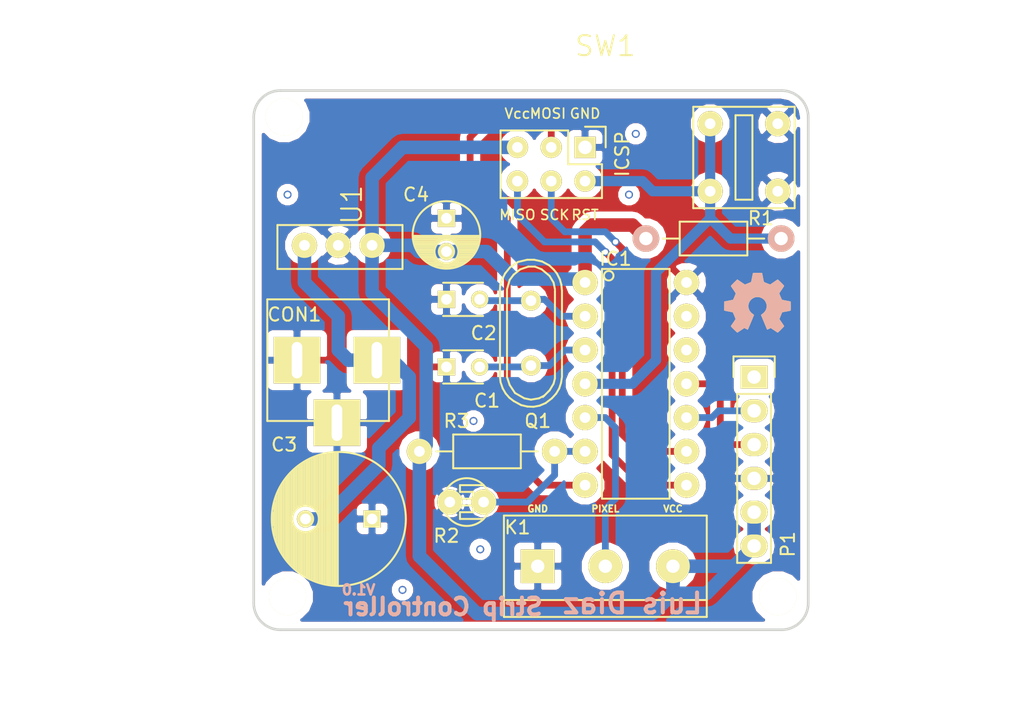
<source format=kicad_pcb>
(kicad_pcb (version 4) (host pcbnew 4.0.1-3.201512221401+6198~38~ubuntu15.10.1-stable)

  (general
    (links 39)
    (no_connects 0)
    (area 46.896287 61.238 133.697715 118.802001)
    (thickness 1.6)
    (drawings 32)
    (tracks 116)
    (zones 0)
    (modules 20)
    (nets 17)
  )

  (page A4)
  (layers
    (0 F.Cu signal)
    (31 B.Cu signal)
    (32 B.Adhes user hide)
    (33 F.Adhes user hide)
    (34 B.Paste user hide)
    (35 F.Paste user hide)
    (36 B.SilkS user)
    (37 F.SilkS user)
    (38 B.Mask user hide)
    (39 F.Mask user hide)
    (40 Dwgs.User user hide)
    (41 Cmts.User user hide)
    (42 Eco1.User user)
    (43 Eco2.User user)
    (44 Edge.Cuts user)
    (45 Margin user hide)
    (46 B.CrtYd user hide)
    (47 F.CrtYd user)
    (48 B.Fab user hide)
    (49 F.Fab user hide)
  )

  (setup
    (last_trace_width 0.508)
    (trace_clearance 0.02)
    (zone_clearance 0.508)
    (zone_45_only no)
    (trace_min 0.2)
    (segment_width 0.2)
    (edge_width 0.15)
    (via_size 0.6)
    (via_drill 0.4)
    (via_min_size 0.4)
    (via_min_drill 0.3)
    (uvia_size 0.3)
    (uvia_drill 0.1)
    (uvias_allowed no)
    (uvia_min_size 0)
    (uvia_min_drill 0)
    (pcb_text_width 0.3)
    (pcb_text_size 1.5 1.5)
    (mod_edge_width 0.15)
    (mod_text_size 1 1)
    (mod_text_width 0.15)
    (pad_size 1.9 1.9)
    (pad_drill 0.8)
    (pad_to_mask_clearance 0.2)
    (aux_axis_origin 0 0)
    (visible_elements FFFEFFFF)
    (pcbplotparams
      (layerselection 0x09cff_80000001)
      (usegerberextensions false)
      (excludeedgelayer true)
      (linewidth 0.100000)
      (plotframeref false)
      (viasonmask false)
      (mode 1)
      (useauxorigin false)
      (hpglpennumber 1)
      (hpglpenspeed 20)
      (hpglpendiameter 15)
      (hpglpenoverlay 2)
      (psnegative false)
      (psa4output false)
      (plotreference true)
      (plotvalue true)
      (plotinvisibletext false)
      (padsonsilk false)
      (subtractmaskfromsilk false)
      (outputformat 5)
      (mirror false)
      (drillshape 0)
      (scaleselection 1)
      (outputdirectory Gerbers))
  )

  (net 0 "")
  (net 1 GND)
  (net 2 "Net-(C1-Pad2)")
  (net 3 "Net-(C2-Pad2)")
  (net 4 VCC)
  (net 5 "Net-(P1-Pad1)")
  (net 6 BRX)
  (net 7 BTX)
  (net 8 RST)
  (net 9 "Net-(IC1-Pad12)")
  (net 10 "Net-(C3-Pad2)")
  (net 11 MOSI)
  (net 12 MISO)
  (net 13 SCK)
  (net 14 PixelPin)
  (net 15 LDR)
  (net 16 "Net-(IC1-Pad13)")

  (net_class Default "This is the default net class."
    (clearance 0.02)
    (trace_width 0.508)
    (via_dia 0.6)
    (via_drill 0.4)
    (uvia_dia 0.3)
    (uvia_drill 0.1)
    (add_net BRX)
    (add_net BTX)
    (add_net LDR)
    (add_net MISO)
    (add_net MOSI)
    (add_net "Net-(C1-Pad2)")
    (add_net "Net-(C2-Pad2)")
    (add_net "Net-(IC1-Pad12)")
    (add_net "Net-(IC1-Pad13)")
    (add_net "Net-(P1-Pad1)")
    (add_net PixelPin)
    (add_net SCK)
  )

  (net_class PWR ""
    (clearance 0.02)
    (trace_width 1.016)
    (via_dia 0.6)
    (via_drill 0.4)
    (uvia_dia 0.3)
    (uvia_drill 0.1)
    (add_net GND)
    (add_net "Net-(C3-Pad2)")
    (add_net VCC)
  )

  (net_class RST ""
    (clearance 0.02)
    (trace_width 0.762)
    (via_dia 0.6)
    (via_drill 0.4)
    (uvia_dia 0.3)
    (uvia_drill 0.1)
    (add_net RST)
  )

  (module Pin_Headers:Pin_Header_Straight_2x03 (layer F.Cu) (tedit 568BAB5B) (tstamp 568BAA8A)
    (at 93.98 74.93 270)
    (descr "Through hole pin header")
    (tags "pin header")
    (path /56817774)
    (fp_text reference ICSP (at 0.508 -2.794 270) (layer F.SilkS)
      (effects (font (size 1 1) (thickness 0.15)))
    )
    (fp_text value ICSP (at 0 -3.1 270) (layer F.Fab)
      (effects (font (size 1 1) (thickness 0.15)))
    )
    (fp_line (start -1.27 1.27) (end -1.27 6.35) (layer F.SilkS) (width 0.15))
    (fp_line (start -1.55 -1.55) (end 0 -1.55) (layer F.SilkS) (width 0.15))
    (fp_line (start -1.75 -1.75) (end -1.75 6.85) (layer F.CrtYd) (width 0.05))
    (fp_line (start 4.3 -1.75) (end 4.3 6.85) (layer F.CrtYd) (width 0.05))
    (fp_line (start -1.75 -1.75) (end 4.3 -1.75) (layer F.CrtYd) (width 0.05))
    (fp_line (start -1.75 6.85) (end 4.3 6.85) (layer F.CrtYd) (width 0.05))
    (fp_line (start 1.27 -1.27) (end 1.27 1.27) (layer F.SilkS) (width 0.15))
    (fp_line (start 1.27 1.27) (end -1.27 1.27) (layer F.SilkS) (width 0.15))
    (fp_line (start -1.27 6.35) (end 3.81 6.35) (layer F.SilkS) (width 0.15))
    (fp_line (start 3.81 6.35) (end 3.81 1.27) (layer F.SilkS) (width 0.15))
    (fp_line (start -1.55 -1.55) (end -1.55 0) (layer F.SilkS) (width 0.15))
    (fp_line (start 3.81 -1.27) (end 1.27 -1.27) (layer F.SilkS) (width 0.15))
    (fp_line (start 3.81 1.27) (end 3.81 -1.27) (layer F.SilkS) (width 0.15))
    (pad 1 thru_hole rect (at 0 0 270) (size 1.6 1.6) (drill 1.016) (layers *.Cu *.Mask F.SilkS)
      (net 1 GND))
    (pad 2 thru_hole circle (at 2.54 0 270) (size 1.6 1.6) (drill 0.8) (layers *.Cu *.Mask F.SilkS)
      (net 8 RST))
    (pad 3 thru_hole circle (at 0 2.54 270) (size 1.6 1.6) (drill 0.8) (layers *.Cu *.Mask F.SilkS)
      (net 11 MOSI))
    (pad 4 thru_hole circle (at 2.54 2.54 270) (size 1.6 1.6) (drill 0.8) (layers *.Cu *.Mask F.SilkS)
      (net 13 SCK))
    (pad 5 thru_hole circle (at 0 5.08 270) (size 1.6 1.6) (drill 0.8) (layers *.Cu *.Mask F.SilkS)
      (net 4 VCC))
    (pad 6 thru_hole circle (at 2.54 5.08 270) (size 1.6 1.6) (drill 0.8) (layers *.Cu *.Mask F.SilkS)
      (net 12 MISO))
    (model Pin_Headers.3dshapes/Pin_Header_Straight_2x03.wrl
      (at (xyz 0.05 -0.1 0))
      (scale (xyz 1 1 1))
      (rotate (xyz 0 0 90))
    )
  )

  (module library:MountingHole_2-8mm (layer F.Cu) (tedit 5687B4F2) (tstamp 5687B5CE)
    (at 71.628 108.712)
    (descr "Mounting hole, Befestigungsbohrung, 2,7mm, No Annular, Kein Restring,")
    (tags "Mounting hole, Befestigungsbohrung, 2,7mm, No Annular, Kein Restring,")
    (fp_text reference "" (at 0 -4.0005) (layer F.SilkS)
      (effects (font (size 1 1) (thickness 0.15)))
    )
    (fp_text value MountingHole_2-7mm (at 0.09906 3.59918) (layer F.Fab)
      (effects (font (size 1 1) (thickness 0.15)))
    )
    (fp_circle (center 0 0) (end 2.7 0) (layer Cmts.User) (width 0.381))
    (pad "" np_thru_hole circle (at 0 0) (size 2.8 2.8) (drill 2.8) (layers *.Cu *.Mask F.SilkS))
  )

  (module library:MountingHole_2-8mm (layer F.Cu) (tedit 5687B4EC) (tstamp 5687B5C8)
    (at 71.374 72.644)
    (descr "Mounting hole, Befestigungsbohrung, 2,7mm, No Annular, Kein Restring,")
    (tags "Mounting hole, Befestigungsbohrung, 2,7mm, No Annular, Kein Restring,")
    (fp_text reference "" (at 0 -4.0005) (layer F.SilkS)
      (effects (font (size 1 1) (thickness 0.15)))
    )
    (fp_text value MountingHole_2-7mm (at 0.09906 3.59918) (layer F.Fab)
      (effects (font (size 1 1) (thickness 0.15)))
    )
    (fp_circle (center 0 0) (end 2.7 0) (layer Cmts.User) (width 0.381))
    (pad "" np_thru_hole circle (at 0 0) (size 2.8 2.8) (drill 2.8) (layers *.Cu *.Mask F.SilkS))
  )

  (module Capacitors_ThroughHole:C_Radial_D10_L13_P5 (layer F.Cu) (tedit 5687B359) (tstamp 56839525)
    (at 77.978 102.87 180)
    (descr "Radial Electrolytic Capacitor Diameter 10mm x Length 13mm, Pitch 5mm")
    (tags "Electrolytic Capacitor")
    (path /56819631)
    (fp_text reference C3 (at 6.604 5.588 180) (layer F.SilkS)
      (effects (font (size 1 1) (thickness 0.15)))
    )
    (fp_text value 100uF (at 1.016 -2.286 180) (layer F.Fab)
      (effects (font (size 1 1) (thickness 0.15)))
    )
    (fp_line (start 2.575 -4.999) (end 2.575 4.999) (layer F.SilkS) (width 0.15))
    (fp_line (start 2.715 -4.995) (end 2.715 4.995) (layer F.SilkS) (width 0.15))
    (fp_line (start 2.855 -4.987) (end 2.855 4.987) (layer F.SilkS) (width 0.15))
    (fp_line (start 2.995 -4.975) (end 2.995 4.975) (layer F.SilkS) (width 0.15))
    (fp_line (start 3.135 -4.96) (end 3.135 4.96) (layer F.SilkS) (width 0.15))
    (fp_line (start 3.275 -4.94) (end 3.275 4.94) (layer F.SilkS) (width 0.15))
    (fp_line (start 3.415 -4.916) (end 3.415 4.916) (layer F.SilkS) (width 0.15))
    (fp_line (start 3.555 -4.887) (end 3.555 4.887) (layer F.SilkS) (width 0.15))
    (fp_line (start 3.695 -4.855) (end 3.695 4.855) (layer F.SilkS) (width 0.15))
    (fp_line (start 3.835 -4.818) (end 3.835 4.818) (layer F.SilkS) (width 0.15))
    (fp_line (start 3.975 -4.777) (end 3.975 4.777) (layer F.SilkS) (width 0.15))
    (fp_line (start 4.115 -4.732) (end 4.115 -0.466) (layer F.SilkS) (width 0.15))
    (fp_line (start 4.115 0.466) (end 4.115 4.732) (layer F.SilkS) (width 0.15))
    (fp_line (start 4.255 -4.682) (end 4.255 -0.667) (layer F.SilkS) (width 0.15))
    (fp_line (start 4.255 0.667) (end 4.255 4.682) (layer F.SilkS) (width 0.15))
    (fp_line (start 4.395 -4.627) (end 4.395 -0.796) (layer F.SilkS) (width 0.15))
    (fp_line (start 4.395 0.796) (end 4.395 4.627) (layer F.SilkS) (width 0.15))
    (fp_line (start 4.535 -4.567) (end 4.535 -0.885) (layer F.SilkS) (width 0.15))
    (fp_line (start 4.535 0.885) (end 4.535 4.567) (layer F.SilkS) (width 0.15))
    (fp_line (start 4.675 -4.502) (end 4.675 -0.946) (layer F.SilkS) (width 0.15))
    (fp_line (start 4.675 0.946) (end 4.675 4.502) (layer F.SilkS) (width 0.15))
    (fp_line (start 4.815 -4.432) (end 4.815 -0.983) (layer F.SilkS) (width 0.15))
    (fp_line (start 4.815 0.983) (end 4.815 4.432) (layer F.SilkS) (width 0.15))
    (fp_line (start 4.955 -4.356) (end 4.955 -0.999) (layer F.SilkS) (width 0.15))
    (fp_line (start 4.955 0.999) (end 4.955 4.356) (layer F.SilkS) (width 0.15))
    (fp_line (start 5.095 -4.274) (end 5.095 -0.995) (layer F.SilkS) (width 0.15))
    (fp_line (start 5.095 0.995) (end 5.095 4.274) (layer F.SilkS) (width 0.15))
    (fp_line (start 5.235 -4.186) (end 5.235 -0.972) (layer F.SilkS) (width 0.15))
    (fp_line (start 5.235 0.972) (end 5.235 4.186) (layer F.SilkS) (width 0.15))
    (fp_line (start 5.375 -4.091) (end 5.375 -0.927) (layer F.SilkS) (width 0.15))
    (fp_line (start 5.375 0.927) (end 5.375 4.091) (layer F.SilkS) (width 0.15))
    (fp_line (start 5.515 -3.989) (end 5.515 -0.857) (layer F.SilkS) (width 0.15))
    (fp_line (start 5.515 0.857) (end 5.515 3.989) (layer F.SilkS) (width 0.15))
    (fp_line (start 5.655 -3.879) (end 5.655 -0.756) (layer F.SilkS) (width 0.15))
    (fp_line (start 5.655 0.756) (end 5.655 3.879) (layer F.SilkS) (width 0.15))
    (fp_line (start 5.795 -3.761) (end 5.795 -0.607) (layer F.SilkS) (width 0.15))
    (fp_line (start 5.795 0.607) (end 5.795 3.761) (layer F.SilkS) (width 0.15))
    (fp_line (start 5.935 -3.633) (end 5.935 -0.355) (layer F.SilkS) (width 0.15))
    (fp_line (start 5.935 0.355) (end 5.935 3.633) (layer F.SilkS) (width 0.15))
    (fp_line (start 6.075 -3.496) (end 6.075 3.496) (layer F.SilkS) (width 0.15))
    (fp_line (start 6.215 -3.346) (end 6.215 3.346) (layer F.SilkS) (width 0.15))
    (fp_line (start 6.355 -3.184) (end 6.355 3.184) (layer F.SilkS) (width 0.15))
    (fp_line (start 6.495 -3.007) (end 6.495 3.007) (layer F.SilkS) (width 0.15))
    (fp_line (start 6.635 -2.811) (end 6.635 2.811) (layer F.SilkS) (width 0.15))
    (fp_line (start 6.775 -2.593) (end 6.775 2.593) (layer F.SilkS) (width 0.15))
    (fp_line (start 6.915 -2.347) (end 6.915 2.347) (layer F.SilkS) (width 0.15))
    (fp_line (start 7.055 -2.062) (end 7.055 2.062) (layer F.SilkS) (width 0.15))
    (fp_line (start 7.195 -1.72) (end 7.195 1.72) (layer F.SilkS) (width 0.15))
    (fp_line (start 7.335 -1.274) (end 7.335 1.274) (layer F.SilkS) (width 0.15))
    (fp_line (start 7.475 -0.499) (end 7.475 0.499) (layer F.SilkS) (width 0.15))
    (fp_circle (center 5 0) (end 5 -1) (layer F.SilkS) (width 0.15))
    (fp_circle (center 2.5 0) (end 2.5 -5.0375) (layer F.SilkS) (width 0.15))
    (fp_circle (center 2.5 0) (end 2.5 -5.3) (layer F.CrtYd) (width 0.05))
    (pad 1 thru_hole rect (at 0 0 180) (size 1.3 1.3) (drill 0.8) (layers *.Cu *.Mask F.SilkS)
      (net 1 GND))
    (pad 2 thru_hole circle (at 5 0 180) (size 1.3 1.3) (drill 0.8) (layers *.Cu *.Mask F.SilkS)
      (net 10 "Net-(C3-Pad2)"))
    (model Capacitors_ThroughHole.3dshapes/C_Radial_D10_L13_P5.wrl
      (at (xyz 0.0984252 0 0))
      (scale (xyz 1 1 1))
      (rotate (xyz 0 0 90))
    )
  )

  (module library:LM7805 (layer F.Cu) (tedit 5683D029) (tstamp 568395C1)
    (at 72.898 82.296)
    (path /568193C7)
    (fp_text reference U1 (at 3.556 -3.048 90) (layer F.SilkS)
      (effects (font (size 1.5 1.5) (thickness 0.15)))
    )
    (fp_text value 7805 (at 5.08 -6.35 90) (layer F.Fab)
      (effects (font (size 1 1) (thickness 0.15)))
    )
    (fp_line (start -2.032 1.778) (end 7.366 1.778) (layer F.SilkS) (width 0.15))
    (fp_line (start -2.032 -1.524) (end -2.032 1.778) (layer F.SilkS) (width 0.15))
    (fp_line (start -2.032 -1.524) (end 7.366 -1.524) (layer F.SilkS) (width 0.15))
    (fp_line (start 7.366 -1.524) (end 7.366 1.778) (layer F.SilkS) (width 0.15))
    (pad VI thru_hole circle (at 0 0) (size 1.9 1.9) (drill 0.8) (layers *.Cu *.Mask F.SilkS)
      (net 10 "Net-(C3-Pad2)"))
    (pad GND thru_hole circle (at 2.54 0) (size 1.9 1.9) (drill 0.8) (layers *.Cu *.Mask F.SilkS)
      (net 1 GND))
    (pad VO thru_hole circle (at 5.08 0) (size 1.9 1.9) (drill 0.8) (layers *.Cu *.Mask F.SilkS)
      (net 4 VCC))
  )

  (module Connect:BARREL_JACK (layer F.Cu) (tedit 5683CFBC) (tstamp 56839532)
    (at 72.136 90.932)
    (descr "DC Barrel Jack")
    (tags "Power Jack")
    (path /5655D979)
    (fp_text reference CON1 (at 0 -3.429) (layer F.SilkS)
      (effects (font (size 1 1) (thickness 0.15)))
    )
    (fp_text value BARREL_JACK (at -8.89 -6.35) (layer F.Fab)
      (effects (font (size 1 1) (thickness 0.15)))
    )
    (fp_line (start 7.112 -4.572) (end 7.112 4.572) (layer F.SilkS) (width 0.15))
    (fp_line (start -2.032 4.572) (end -2.032 -4.572) (layer F.SilkS) (width 0.15))
    (fp_line (start -2.032 -4.572) (end 7.112 -4.572) (layer F.SilkS) (width 0.15))
    (fp_line (start -2.032 4.572) (end 7.112 4.572) (layer F.SilkS) (width 0.15))
    (pad 1 thru_hole rect (at 6.20014 0) (size 3.50012 3.50012) (drill oval 0.8 2.74) (layers *.Cu *.Mask F.SilkS)
      (net 10 "Net-(C3-Pad2)"))
    (pad 2 thru_hole rect (at 0.20066 0) (size 3.50012 3.50012) (drill oval 0.8 2.74) (layers *.Cu *.Mask F.SilkS)
      (net 1 GND))
    (pad 3 thru_hole rect (at 3.2004 4.699) (size 3.50012 3.50012) (drill oval 0.8 2.74) (layers *.Cu *.Mask F.SilkS)
      (net 1 GND))
  )

  (module Capacitors_ThroughHole:C_Disc_D3_P2.5 (layer F.Cu) (tedit 5687B385) (tstamp 56839519)
    (at 83.566 91.44)
    (descr "Capacitor 3mm Disc, Pitch 2.5mm")
    (tags Capacitor)
    (path /5655C8E4)
    (fp_text reference C1 (at 3.048 2.54 180) (layer F.SilkS)
      (effects (font (size 1 1) (thickness 0.15)))
    )
    (fp_text value 22pF (at 0.635 2.54) (layer F.Fab)
      (effects (font (size 1 1) (thickness 0.15)))
    )
    (fp_line (start -0.9 -1.5) (end 3.4 -1.5) (layer F.CrtYd) (width 0.05))
    (fp_line (start 3.4 -1.5) (end 3.4 1.5) (layer F.CrtYd) (width 0.05))
    (fp_line (start 3.4 1.5) (end -0.9 1.5) (layer F.CrtYd) (width 0.05))
    (fp_line (start -0.9 1.5) (end -0.9 -1.5) (layer F.CrtYd) (width 0.05))
    (fp_line (start -0.25 -1.25) (end 2.75 -1.25) (layer F.SilkS) (width 0.15))
    (fp_line (start 2.75 1.25) (end -0.25 1.25) (layer F.SilkS) (width 0.15))
    (pad 1 thru_hole rect (at 0 0) (size 1.3 1.3) (drill 0.8) (layers *.Cu *.Mask F.SilkS)
      (net 1 GND))
    (pad 2 thru_hole circle (at 2.5 0) (size 1.3 1.3) (drill 0.8001) (layers *.Cu *.Mask F.SilkS)
      (net 2 "Net-(C1-Pad2)"))
    (model Capacitors_ThroughHole.3dshapes/C_Disc_D3_P2.5.wrl
      (at (xyz 0.0492126 0 0))
      (scale (xyz 1 1 1))
      (rotate (xyz 0 0 0))
    )
  )

  (module Capacitors_ThroughHole:C_Disc_D3_P2.5 (layer F.Cu) (tedit 5683B8A4) (tstamp 5683951F)
    (at 83.566 86.36)
    (descr "Capacitor 3mm Disc, Pitch 2.5mm")
    (tags Capacitor)
    (path /5655C84D)
    (fp_text reference C2 (at 2.794 2.54 180) (layer F.SilkS)
      (effects (font (size 1 1) (thickness 0.15)))
    )
    (fp_text value 22pF (at 0 2.54 180) (layer F.Fab)
      (effects (font (size 1 1) (thickness 0.15)))
    )
    (fp_line (start -0.9 -1.5) (end 3.4 -1.5) (layer F.CrtYd) (width 0.05))
    (fp_line (start 3.4 -1.5) (end 3.4 1.5) (layer F.CrtYd) (width 0.05))
    (fp_line (start 3.4 1.5) (end -0.9 1.5) (layer F.CrtYd) (width 0.05))
    (fp_line (start -0.9 1.5) (end -0.9 -1.5) (layer F.CrtYd) (width 0.05))
    (fp_line (start -0.25 -1.25) (end 2.75 -1.25) (layer F.SilkS) (width 0.15))
    (fp_line (start 2.75 1.25) (end -0.25 1.25) (layer F.SilkS) (width 0.15))
    (pad 1 thru_hole rect (at 0 0) (size 1.3 1.3) (drill 0.8) (layers *.Cu *.Mask F.SilkS)
      (net 1 GND))
    (pad 2 thru_hole circle (at 2.5 0) (size 1.3 1.3) (drill 0.8) (layers *.Cu *.Mask F.SilkS)
      (net 3 "Net-(C2-Pad2)"))
    (model Capacitors_ThroughHole.3dshapes/C_Disc_D3_P2.5.wrl
      (at (xyz 0.0492126 0 0))
      (scale (xyz 1 1 1))
      (rotate (xyz 0 0 0))
    )
  )

  (module Capacitors_ThroughHole:C_Radial_D5_L6_P2.5 (layer F.Cu) (tedit 5683CE3C) (tstamp 5683952B)
    (at 83.566 80.264 270)
    (descr "Radial Electrolytic Capacitor Diameter 5mm x Length 6mm, Pitch 2.5mm")
    (tags "Electrolytic Capacitor")
    (path /568197BD)
    (fp_text reference C4 (at -1.778 2.286 360) (layer F.SilkS)
      (effects (font (size 1 1) (thickness 0.15)))
    )
    (fp_text value 10uF (at 2.286 -4.318 360) (layer F.Fab)
      (effects (font (size 1 1) (thickness 0.15)))
    )
    (fp_line (start 1.325 -2.499) (end 1.325 2.499) (layer F.SilkS) (width 0.15))
    (fp_line (start 1.465 -2.491) (end 1.465 2.491) (layer F.SilkS) (width 0.15))
    (fp_line (start 1.605 -2.475) (end 1.605 -0.095) (layer F.SilkS) (width 0.15))
    (fp_line (start 1.605 0.095) (end 1.605 2.475) (layer F.SilkS) (width 0.15))
    (fp_line (start 1.745 -2.451) (end 1.745 -0.49) (layer F.SilkS) (width 0.15))
    (fp_line (start 1.745 0.49) (end 1.745 2.451) (layer F.SilkS) (width 0.15))
    (fp_line (start 1.885 -2.418) (end 1.885 -0.657) (layer F.SilkS) (width 0.15))
    (fp_line (start 1.885 0.657) (end 1.885 2.418) (layer F.SilkS) (width 0.15))
    (fp_line (start 2.025 -2.377) (end 2.025 -0.764) (layer F.SilkS) (width 0.15))
    (fp_line (start 2.025 0.764) (end 2.025 2.377) (layer F.SilkS) (width 0.15))
    (fp_line (start 2.165 -2.327) (end 2.165 -0.835) (layer F.SilkS) (width 0.15))
    (fp_line (start 2.165 0.835) (end 2.165 2.327) (layer F.SilkS) (width 0.15))
    (fp_line (start 2.305 -2.266) (end 2.305 -0.879) (layer F.SilkS) (width 0.15))
    (fp_line (start 2.305 0.879) (end 2.305 2.266) (layer F.SilkS) (width 0.15))
    (fp_line (start 2.445 -2.196) (end 2.445 -0.898) (layer F.SilkS) (width 0.15))
    (fp_line (start 2.445 0.898) (end 2.445 2.196) (layer F.SilkS) (width 0.15))
    (fp_line (start 2.585 -2.114) (end 2.585 -0.896) (layer F.SilkS) (width 0.15))
    (fp_line (start 2.585 0.896) (end 2.585 2.114) (layer F.SilkS) (width 0.15))
    (fp_line (start 2.725 -2.019) (end 2.725 -0.871) (layer F.SilkS) (width 0.15))
    (fp_line (start 2.725 0.871) (end 2.725 2.019) (layer F.SilkS) (width 0.15))
    (fp_line (start 2.865 -1.908) (end 2.865 -0.823) (layer F.SilkS) (width 0.15))
    (fp_line (start 2.865 0.823) (end 2.865 1.908) (layer F.SilkS) (width 0.15))
    (fp_line (start 3.005 -1.78) (end 3.005 -0.745) (layer F.SilkS) (width 0.15))
    (fp_line (start 3.005 0.745) (end 3.005 1.78) (layer F.SilkS) (width 0.15))
    (fp_line (start 3.145 -1.631) (end 3.145 -0.628) (layer F.SilkS) (width 0.15))
    (fp_line (start 3.145 0.628) (end 3.145 1.631) (layer F.SilkS) (width 0.15))
    (fp_line (start 3.285 -1.452) (end 3.285 -0.44) (layer F.SilkS) (width 0.15))
    (fp_line (start 3.285 0.44) (end 3.285 1.452) (layer F.SilkS) (width 0.15))
    (fp_line (start 3.425 -1.233) (end 3.425 1.233) (layer F.SilkS) (width 0.15))
    (fp_line (start 3.565 -0.944) (end 3.565 0.944) (layer F.SilkS) (width 0.15))
    (fp_line (start 3.705 -0.472) (end 3.705 0.472) (layer F.SilkS) (width 0.15))
    (fp_circle (center 2.5 0) (end 2.5 -0.9) (layer F.SilkS) (width 0.15))
    (fp_circle (center 1.25 0) (end 1.25 -2.5375) (layer F.SilkS) (width 0.15))
    (fp_circle (center 1.25 0) (end 1.25 -2.8) (layer F.CrtYd) (width 0.05))
    (pad 1 thru_hole rect (at 0 0 270) (size 1.3 1.3) (drill 0.8) (layers *.Cu *.Mask F.SilkS)
      (net 1 GND))
    (pad 2 thru_hole circle (at 2.5 0 270) (size 1.3 1.3) (drill 0.8) (layers *.Cu *.Mask F.SilkS)
      (net 4 VCC))
    (model Capacitors_ThroughHole.3dshapes/C_Radial_D5_L6_P2.5.wrl
      (at (xyz 0.0492126 0 0))
      (scale (xyz 1 1 1))
      (rotate (xyz 0 0 90))
    )
  )

  (module library:Attiny24-54-84 (layer F.Cu) (tedit 5683A3E4) (tstamp 56839549)
    (at 93.98 85.09)
    (path /5655C5E9)
    (fp_text reference IC1 (at 2.286 -1.778) (layer F.SilkS)
      (effects (font (size 1 1) (thickness 0.15)))
    )
    (fp_text value ATTINY84-P (at 3.81 7.112 90) (layer F.Fab)
      (effects (font (size 1 1) (thickness 0.15)))
    )
    (fp_circle (center 1.778 -0.508) (end 2.032 -0.254) (layer F.SilkS) (width 0.15))
    (fp_line (start 1.27 -1.016) (end 1.27 16.256) (layer F.SilkS) (width 0.15))
    (fp_line (start 1.27 16.256) (end 6.35 16.256) (layer F.SilkS) (width 0.15))
    (fp_line (start 1.27 -1.016) (end 6.35 -1.016) (layer F.SilkS) (width 0.15))
    (fp_line (start 6.35 -1.016) (end 6.35 16.256) (layer F.SilkS) (width 0.15))
    (pad 1 thru_hole circle (at 0 0) (size 1.9 1.9) (drill 0.8) (layers *.Cu *.Mask F.SilkS)
      (net 4 VCC))
    (pad 2 thru_hole circle (at 0 2.54) (size 1.9 1.9) (drill 0.8) (layers *.Cu *.Mask F.SilkS)
      (net 3 "Net-(C2-Pad2)"))
    (pad 3 thru_hole circle (at 0 5.08) (size 1.9 1.9) (drill 0.8) (layers *.Cu *.Mask F.SilkS)
      (net 2 "Net-(C1-Pad2)"))
    (pad 4 thru_hole circle (at 0 7.62) (size 1.9 1.9) (drill 0.8) (layers *.Cu *.Mask F.SilkS)
      (net 8 RST))
    (pad 5 thru_hole circle (at 0 10.16) (size 1.9 1.9) (drill 0.8) (layers *.Cu *.Mask F.SilkS)
      (net 14 PixelPin))
    (pad 6 thru_hole circle (at 0 12.7) (size 1.9 1.9) (drill 0.8) (layers *.Cu *.Mask F.SilkS)
      (net 15 LDR))
    (pad 7 thru_hole circle (at 0 15.24) (size 1.9 1.9) (drill 0.8) (layers *.Cu *.Mask F.SilkS)
      (net 11 MOSI))
    (pad 8 thru_hole circle (at 7.62 15.24) (size 1.9 1.9) (drill 0.8) (layers *.Cu *.Mask F.SilkS)
      (net 12 MISO))
    (pad 9 thru_hole circle (at 7.62 12.7) (size 1.9 1.9) (drill 0.8) (layers *.Cu *.Mask F.SilkS)
      (net 13 SCK))
    (pad 10 thru_hole circle (at 7.62 10.16) (size 1.9 1.9) (drill 0.8) (layers *.Cu *.Mask F.SilkS)
      (net 6 BRX))
    (pad 11 thru_hole circle (at 7.62 7.62) (size 1.9 1.9) (drill 0.8) (layers *.Cu *.Mask F.SilkS)
      (net 7 BTX))
    (pad 12 thru_hole circle (at 7.62 5.08) (size 1.9 1.9) (drill 0.8) (layers *.Cu *.Mask F.SilkS)
      (net 9 "Net-(IC1-Pad12)"))
    (pad 13 thru_hole circle (at 7.62 2.54) (size 1.9 1.9) (drill 0.8) (layers *.Cu *.Mask F.SilkS)
      (net 16 "Net-(IC1-Pad13)"))
    (pad 14 thru_hole circle (at 7.62 0) (size 1.9 1.9) (drill 0.8) (layers *.Cu *.Mask F.SilkS)
      (net 1 GND))
  )

  (module Connect:bornier3 (layer F.Cu) (tedit 5687ACD3) (tstamp 56839550)
    (at 95.504 106.426)
    (descr "Bornier d'alimentation 3 pins")
    (tags DEV)
    (path /56816C70)
    (fp_text reference K1 (at -6.604 -2.921) (layer F.SilkS)
      (effects (font (size 1 1) (thickness 0.15)))
    )
    (fp_text value CONN_3_V (at 8.636 1.778 90) (layer F.Fab)
      (effects (font (size 1 1) (thickness 0.15)))
    )
    (fp_line (start -7.62 3.81) (end -7.62 -3.81) (layer F.SilkS) (width 0.15))
    (fp_line (start 7.62 3.81) (end 7.62 -3.81) (layer F.SilkS) (width 0.15))
    (fp_line (start -7.62 2.54) (end 7.62 2.54) (layer F.SilkS) (width 0.15))
    (fp_line (start -7.62 -3.81) (end 7.62 -3.81) (layer F.SilkS) (width 0.15))
    (fp_line (start -7.62 3.81) (end 7.62 3.81) (layer F.SilkS) (width 0.15))
    (pad 1 thru_hole rect (at -5.08 0) (size 2.54 2.54) (drill 1) (layers *.Cu *.Mask F.SilkS)
      (net 1 GND))
    (pad 2 thru_hole circle (at 0 0) (size 2.54 2.54) (drill 1) (layers *.Cu *.Mask F.SilkS)
      (net 14 PixelPin))
    (pad 3 thru_hole circle (at 5.08 0) (size 2.54 2.54) (drill 1) (layers *.Cu *.Mask F.SilkS)
      (net 4 VCC))
    (model Connect.3dshapes/bornier3.wrl
      (at (xyz 0 0 0))
      (scale (xyz 1 1 1))
      (rotate (xyz 0 0 0))
    )
  )

  (module Pin_Headers:Pin_Header_Straight_1x06 (layer F.Cu) (tedit 5683BB7E) (tstamp 5683955A)
    (at 106.68 92.202)
    (descr "Through hole pin header")
    (tags "pin header")
    (path /568168DC)
    (fp_text reference P1 (at 2.54 12.573 90) (layer F.SilkS)
      (effects (font (size 1 1) (thickness 0.15)))
    )
    (fp_text value BT_Header-1x06 (at 2.54 4.953 90) (layer F.Fab)
      (effects (font (size 1 1) (thickness 0.15)))
    )
    (fp_line (start -1.75 -1.75) (end -1.75 14.45) (layer F.CrtYd) (width 0.05))
    (fp_line (start 1.75 -1.75) (end 1.75 14.45) (layer F.CrtYd) (width 0.05))
    (fp_line (start -1.75 -1.75) (end 1.75 -1.75) (layer F.CrtYd) (width 0.05))
    (fp_line (start -1.75 14.45) (end 1.75 14.45) (layer F.CrtYd) (width 0.05))
    (fp_line (start 1.27 1.27) (end 1.27 13.97) (layer F.SilkS) (width 0.15))
    (fp_line (start 1.27 13.97) (end -1.27 13.97) (layer F.SilkS) (width 0.15))
    (fp_line (start -1.27 13.97) (end -1.27 1.27) (layer F.SilkS) (width 0.15))
    (fp_line (start 1.55 -1.55) (end 1.55 0) (layer F.SilkS) (width 0.15))
    (fp_line (start 1.27 1.27) (end -1.27 1.27) (layer F.SilkS) (width 0.15))
    (fp_line (start -1.55 0) (end -1.55 -1.55) (layer F.SilkS) (width 0.15))
    (fp_line (start -1.55 -1.55) (end 1.55 -1.55) (layer F.SilkS) (width 0.15))
    (pad 1 thru_hole rect (at 0 0) (size 2.032 1.7272) (drill 1.016) (layers *.Cu *.Mask F.SilkS)
      (net 5 "Net-(P1-Pad1)"))
    (pad 2 thru_hole oval (at 0 2.54) (size 2.032 1.7272) (drill 1.016) (layers *.Cu *.Mask F.SilkS)
      (net 6 BRX))
    (pad 3 thru_hole oval (at 0 5.08) (size 2.032 1.7272) (drill 1.016) (layers *.Cu *.Mask F.SilkS)
      (net 7 BTX))
    (pad 4 thru_hole oval (at 0 7.62) (size 2.032 1.7272) (drill 1.016) (layers *.Cu *.Mask F.SilkS)
      (net 1 GND))
    (pad 5 thru_hole oval (at 0 10.16) (size 2.032 1.7272) (drill 1.016) (layers *.Cu *.Mask F.SilkS)
      (net 4 VCC))
    (pad 6 thru_hole oval (at 0 12.7) (size 2.032 1.7272) (drill 1.016) (layers *.Cu *.Mask F.SilkS)
      (net 4 VCC))
    (model Pin_Headers.3dshapes/Pin_Header_Straight_1x06.wrl
      (at (xyz 0 -0.25 0))
      (scale (xyz 1 1 1))
      (rotate (xyz 0 0 90))
    )
  )

  (module Crystals:Crystal_HC49-U_Vertical (layer F.Cu) (tedit 5687B389) (tstamp 56839599)
    (at 89.916 88.9 270)
    (descr "Crystal, Quarz, HC49/U, vertical, stehend,")
    (tags "Crystal, Quarz, HC49/U, vertical, stehend,")
    (path /5655C670)
    (fp_text reference Q1 (at 6.604 -0.508 540) (layer F.SilkS)
      (effects (font (size 1 1) (thickness 0.15)))
    )
    (fp_text value HC49 (at 6.604 0 360) (layer F.Fab)
      (effects (font (size 1 1) (thickness 0.15)))
    )
    (fp_line (start 4.699 -1.00076) (end 4.89966 -0.59944) (layer F.SilkS) (width 0.15))
    (fp_line (start 4.89966 -0.59944) (end 5.00126 0) (layer F.SilkS) (width 0.15))
    (fp_line (start 5.00126 0) (end 4.89966 0.50038) (layer F.SilkS) (width 0.15))
    (fp_line (start 4.89966 0.50038) (end 4.50088 1.19888) (layer F.SilkS) (width 0.15))
    (fp_line (start 4.50088 1.19888) (end 3.8989 1.6002) (layer F.SilkS) (width 0.15))
    (fp_line (start 3.8989 1.6002) (end 3.29946 1.80086) (layer F.SilkS) (width 0.15))
    (fp_line (start 3.29946 1.80086) (end -3.29946 1.80086) (layer F.SilkS) (width 0.15))
    (fp_line (start -3.29946 1.80086) (end -4.0005 1.6002) (layer F.SilkS) (width 0.15))
    (fp_line (start -4.0005 1.6002) (end -4.39928 1.30048) (layer F.SilkS) (width 0.15))
    (fp_line (start -4.39928 1.30048) (end -4.8006 0.8001) (layer F.SilkS) (width 0.15))
    (fp_line (start -4.8006 0.8001) (end -5.00126 0.20066) (layer F.SilkS) (width 0.15))
    (fp_line (start -5.00126 0.20066) (end -5.00126 -0.29972) (layer F.SilkS) (width 0.15))
    (fp_line (start -5.00126 -0.29972) (end -4.8006 -0.8001) (layer F.SilkS) (width 0.15))
    (fp_line (start -4.8006 -0.8001) (end -4.30022 -1.39954) (layer F.SilkS) (width 0.15))
    (fp_line (start -4.30022 -1.39954) (end -3.79984 -1.69926) (layer F.SilkS) (width 0.15))
    (fp_line (start -3.79984 -1.69926) (end -3.29946 -1.80086) (layer F.SilkS) (width 0.15))
    (fp_line (start -3.2004 -1.80086) (end 3.40106 -1.80086) (layer F.SilkS) (width 0.15))
    (fp_line (start 3.40106 -1.80086) (end 3.79984 -1.69926) (layer F.SilkS) (width 0.15))
    (fp_line (start 3.79984 -1.69926) (end 4.30022 -1.39954) (layer F.SilkS) (width 0.15))
    (fp_line (start 4.30022 -1.39954) (end 4.8006 -0.89916) (layer F.SilkS) (width 0.15))
    (fp_line (start -3.19024 -2.32918) (end -3.64998 -2.28092) (layer F.SilkS) (width 0.15))
    (fp_line (start -3.64998 -2.28092) (end -4.04876 -2.16916) (layer F.SilkS) (width 0.15))
    (fp_line (start -4.04876 -2.16916) (end -4.48056 -1.95072) (layer F.SilkS) (width 0.15))
    (fp_line (start -4.48056 -1.95072) (end -4.77012 -1.71958) (layer F.SilkS) (width 0.15))
    (fp_line (start -4.77012 -1.71958) (end -5.10032 -1.36906) (layer F.SilkS) (width 0.15))
    (fp_line (start -5.10032 -1.36906) (end -5.38988 -0.83058) (layer F.SilkS) (width 0.15))
    (fp_line (start -5.38988 -0.83058) (end -5.51942 -0.23114) (layer F.SilkS) (width 0.15))
    (fp_line (start -5.51942 -0.23114) (end -5.51942 0.2794) (layer F.SilkS) (width 0.15))
    (fp_line (start -5.51942 0.2794) (end -5.34924 0.98044) (layer F.SilkS) (width 0.15))
    (fp_line (start -5.34924 0.98044) (end -4.95046 1.56972) (layer F.SilkS) (width 0.15))
    (fp_line (start -4.95046 1.56972) (end -4.49072 1.94056) (layer F.SilkS) (width 0.15))
    (fp_line (start -4.49072 1.94056) (end -4.06908 2.14884) (layer F.SilkS) (width 0.15))
    (fp_line (start -4.06908 2.14884) (end -3.6195 2.30886) (layer F.SilkS) (width 0.15))
    (fp_line (start -3.6195 2.30886) (end -3.18008 2.33934) (layer F.SilkS) (width 0.15))
    (fp_line (start 4.16052 2.1209) (end 4.53898 1.89992) (layer F.SilkS) (width 0.15))
    (fp_line (start 4.53898 1.89992) (end 4.85902 1.62052) (layer F.SilkS) (width 0.15))
    (fp_line (start 4.85902 1.62052) (end 5.11048 1.29032) (layer F.SilkS) (width 0.15))
    (fp_line (start 5.11048 1.29032) (end 5.4102 0.73914) (layer F.SilkS) (width 0.15))
    (fp_line (start 5.4102 0.73914) (end 5.51942 0.26924) (layer F.SilkS) (width 0.15))
    (fp_line (start 5.51942 0.26924) (end 5.53974 -0.1905) (layer F.SilkS) (width 0.15))
    (fp_line (start 5.53974 -0.1905) (end 5.45084 -0.65024) (layer F.SilkS) (width 0.15))
    (fp_line (start 5.45084 -0.65024) (end 5.26034 -1.09982) (layer F.SilkS) (width 0.15))
    (fp_line (start 5.26034 -1.09982) (end 4.89966 -1.56972) (layer F.SilkS) (width 0.15))
    (fp_line (start 4.89966 -1.56972) (end 4.54914 -1.88976) (layer F.SilkS) (width 0.15))
    (fp_line (start 4.54914 -1.88976) (end 4.16052 -2.1209) (layer F.SilkS) (width 0.15))
    (fp_line (start 4.16052 -2.1209) (end 3.73126 -2.2606) (layer F.SilkS) (width 0.15))
    (fp_line (start 3.73126 -2.2606) (end 3.2893 -2.32918) (layer F.SilkS) (width 0.15))
    (fp_line (start -3.2004 2.32918) (end 3.2512 2.32918) (layer F.SilkS) (width 0.15))
    (fp_line (start 3.2512 2.32918) (end 3.6703 2.29108) (layer F.SilkS) (width 0.15))
    (fp_line (start 3.6703 2.29108) (end 4.16052 2.1209) (layer F.SilkS) (width 0.15))
    (fp_line (start -3.2004 -2.32918) (end 3.2512 -2.32918) (layer F.SilkS) (width 0.15))
    (pad 1 thru_hole circle (at -2.44094 0 270) (size 1.50114 1.50114) (drill 0.8001) (layers *.Cu *.Mask F.SilkS)
      (net 3 "Net-(C2-Pad2)"))
    (pad 2 thru_hole circle (at 2.44094 0 270) (size 1.50114 1.50114) (drill 0.8001) (layers *.Cu *.Mask F.SilkS)
      (net 2 "Net-(C1-Pad2)"))
  )

  (module Resistors_ThroughHole:Resistor_Horizontal_RM10mm (layer F.Cu) (tedit 5687B392) (tstamp 568395A5)
    (at 103.632 81.788 180)
    (descr "Resistor, Axial,  RM 10mm, 1/3W,")
    (tags "Resistor, Axial, RM 10mm, 1/3W,")
    (path /5655D222)
    (fp_text reference R1 (at -3.556 1.524 180) (layer F.SilkS)
      (effects (font (size 1 1) (thickness 0.15)))
    )
    (fp_text value 10K (at 0 0 180) (layer F.Fab)
      (effects (font (size 1 1) (thickness 0.15)))
    )
    (fp_line (start -2.54 -1.27) (end 2.54 -1.27) (layer F.SilkS) (width 0.15))
    (fp_line (start 2.54 -1.27) (end 2.54 1.27) (layer F.SilkS) (width 0.15))
    (fp_line (start 2.54 1.27) (end -2.54 1.27) (layer F.SilkS) (width 0.15))
    (fp_line (start -2.54 1.27) (end -2.54 -1.27) (layer F.SilkS) (width 0.15))
    (fp_line (start -2.54 0) (end -3.81 0) (layer F.SilkS) (width 0.15))
    (fp_line (start 2.54 0) (end 3.81 0) (layer F.SilkS) (width 0.15))
    (pad 1 thru_hole circle (at -5.08 0 180) (size 1.99898 1.99898) (drill 1.00076) (layers *.Cu *.SilkS *.Mask)
      (net 8 RST))
    (pad 2 thru_hole circle (at 5.08 0 180) (size 1.99898 1.99898) (drill 1.00076) (layers *.Cu *.SilkS *.Mask)
      (net 4 VCC))
    (model Resistors_ThroughHole.3dshapes/Resistor_Horizontal_RM10mm.wrl
      (at (xyz 0 0 0))
      (scale (xyz 0.4 0.4 0.4))
      (rotate (xyz 0 0 0))
    )
  )

  (module Resistors_ThroughHole:Resistor_Horizontal_RM10mm (layer F.Cu) (tedit 568BAFD7) (tstamp 5687B227)
    (at 86.614 97.79)
    (descr "Resistor, Axial,  RM 10mm, 1/3W,")
    (tags "Resistor, Axial, RM 10mm, 1/3W,")
    (path /5687BBA1)
    (fp_text reference R3 (at -2.286 -2.286) (layer F.SilkS)
      (effects (font (size 1 1) (thickness 0.15)))
    )
    (fp_text value 10K (at 3.81 3.81) (layer F.Fab)
      (effects (font (size 1 1) (thickness 0.15)))
    )
    (fp_line (start -2.54 -1.27) (end 2.54 -1.27) (layer F.SilkS) (width 0.15))
    (fp_line (start 2.54 -1.27) (end 2.54 1.27) (layer F.SilkS) (width 0.15))
    (fp_line (start 2.54 1.27) (end -2.54 1.27) (layer F.SilkS) (width 0.15))
    (fp_line (start -2.54 1.27) (end -2.54 -1.27) (layer F.SilkS) (width 0.15))
    (fp_line (start -2.54 0) (end -3.81 0) (layer F.SilkS) (width 0.15))
    (fp_line (start 2.54 0) (end 3.81 0) (layer F.SilkS) (width 0.15))
    (pad 1 thru_hole circle (at -5.08 0) (size 1.9 1.9) (drill 0.8) (layers *.Cu *.Mask F.SilkS)
      (net 4 VCC))
    (pad 2 thru_hole circle (at 5.08 0) (size 1.9 1.9) (drill 0.8) (layers *.Cu *.Mask F.SilkS)
      (net 15 LDR))
    (model Resistors_ThroughHole.3dshapes/Resistor_Horizontal_RM10mm.wrl
      (at (xyz 0 0 0))
      (scale (xyz 0.4 0.4 0.4))
      (rotate (xyz 0 0 0))
    )
  )

  (module library:LDR (layer F.Cu) (tedit 568BAFE0) (tstamp 5687B435)
    (at 86.36 101.6 180)
    (path /5687BD6A)
    (fp_text reference R2 (at 2.794 -2.54 180) (layer F.SilkS)
      (effects (font (size 1 1) (thickness 0.15)))
    )
    (fp_text value LDR (at 0 -2.54 180) (layer F.Fab)
      (effects (font (size 1 1) (thickness 0.15)))
    )
    (fp_line (start 1.778 -0.254) (end 1.778 0.254) (layer F.SilkS) (width 0.15))
    (fp_line (start 1.778 0.254) (end 0.762 0.254) (layer F.SilkS) (width 0.15))
    (fp_line (start 0.762 0.254) (end 0.762 0.762) (layer F.SilkS) (width 0.15))
    (fp_line (start 0.762 0.762) (end 1.778 0.762) (layer F.SilkS) (width 0.15))
    (fp_line (start 1.778 0.762) (end 1.778 1.27) (layer F.SilkS) (width 0.15))
    (fp_line (start 1.778 1.27) (end 0.762 1.27) (layer F.SilkS) (width 0.15))
    (fp_line (start 0.762 1.27) (end 0 1.27) (layer F.SilkS) (width 0.15))
    (fp_line (start 0.762 -0.508) (end 0.762 -0.762) (layer F.SilkS) (width 0.15))
    (fp_line (start 0.762 -0.762) (end 1.778 -0.762) (layer F.SilkS) (width 0.15))
    (fp_line (start 1.778 -0.762) (end 1.778 -1.27) (layer F.SilkS) (width 0.15))
    (fp_line (start 1.778 -1.27) (end 0 -1.27) (layer F.SilkS) (width 0.15))
    (fp_line (start 0.762 -0.508) (end 0.762 -0.254) (layer F.SilkS) (width 0.15))
    (fp_line (start 0.762 -0.254) (end 1.778 -0.254) (layer F.SilkS) (width 0.15))
    (fp_circle (center 1.27 0) (end -0.508 -0.254) (layer F.SilkS) (width 0.15))
    (pad 1 thru_hole circle (at 0 0 180) (size 1.9 1.9) (drill 0.8) (layers *.Cu *.Mask F.SilkS)
      (net 15 LDR))
    (pad 2 thru_hole circle (at 2.54 0 180) (size 1.9 1.9) (drill 0.8) (layers *.Cu *.Mask F.SilkS)
      (net 1 GND))
  )

  (module library:LOGO_OSHW_B.SilkS_5mm (layer B.SilkS) (tedit 5687B419) (tstamp 5687B559)
    (at 106.934 86.614)
    (fp_text reference "" (at 0 2.65176 90) (layer B.SilkS) hide
      (effects (font (size 0.22606 0.22606) (thickness 0.04318)) (justify mirror))
    )
    (fp_text value val** (at 0 -2.65176) (layer B.SilkS) hide
      (effects (font (size 0.22606 0.22606) (thickness 0.04318)))
    )
    (fp_poly (pts (xy -1.51384 2.24536) (xy -1.48844 2.23012) (xy -1.43002 2.19456) (xy -1.3462 2.13868)
      (xy -1.24714 2.07264) (xy -1.14808 2.0066) (xy -1.0668 1.95326) (xy -1.01092 1.91516)
      (xy -0.98552 1.90246) (xy -0.97282 1.90754) (xy -0.9271 1.9304) (xy -0.85852 1.96596)
      (xy -0.81788 1.98628) (xy -0.75692 2.01168) (xy -0.7239 2.0193) (xy -0.71882 2.00914)
      (xy -0.69596 1.96088) (xy -0.6604 1.8796) (xy -0.61468 1.77038) (xy -0.5588 1.64338)
      (xy -0.50292 1.50876) (xy -0.4445 1.36906) (xy -0.38862 1.23444) (xy -0.34036 1.11506)
      (xy -0.29972 1.01854) (xy -0.27432 0.94996) (xy -0.26416 0.92202) (xy -0.2667 0.9144)
      (xy -0.29972 0.88392) (xy -0.35306 0.84328) (xy -0.47244 0.74676) (xy -0.58928 0.60198)
      (xy -0.6604 0.43688) (xy -0.68326 0.25146) (xy -0.66294 0.08128) (xy -0.5969 -0.08128)
      (xy -0.4826 -0.2286) (xy -0.3429 -0.33782) (xy -0.18034 -0.4064) (xy 0 -0.42926)
      (xy 0.17272 -0.40894) (xy 0.34036 -0.3429) (xy 0.48768 -0.23114) (xy 0.55118 -0.16002)
      (xy 0.63754 -0.01016) (xy 0.6858 0.14732) (xy 0.69088 0.18796) (xy 0.68326 0.36322)
      (xy 0.63246 0.5334) (xy 0.53848 0.68326) (xy 0.40894 0.80772) (xy 0.3937 0.81788)
      (xy 0.33528 0.8636) (xy 0.29464 0.89408) (xy 0.26416 0.91948) (xy 0.48768 1.45796)
      (xy 0.52324 1.54178) (xy 0.5842 1.6891) (xy 0.63754 1.8161) (xy 0.68072 1.9177)
      (xy 0.7112 1.98374) (xy 0.7239 2.01168) (xy 0.7239 2.01422) (xy 0.74422 2.01676)
      (xy 0.78486 2.00152) (xy 0.86106 1.96596) (xy 0.90932 1.94056) (xy 0.96774 1.91262)
      (xy 0.99314 1.90246) (xy 1.016 1.91516) (xy 1.06934 1.95072) (xy 1.15062 2.00406)
      (xy 1.24714 2.06756) (xy 1.33858 2.13106) (xy 1.4224 2.18694) (xy 1.48336 2.22504)
      (xy 1.51384 2.24282) (xy 1.51892 2.24282) (xy 1.54432 2.22758) (xy 1.59258 2.18694)
      (xy 1.66624 2.11836) (xy 1.77038 2.01422) (xy 1.78562 1.99898) (xy 1.87198 1.91262)
      (xy 1.94056 1.83896) (xy 1.98628 1.78816) (xy 2.00406 1.7653) (xy 2.00406 1.7653)
      (xy 1.98882 1.73482) (xy 1.95072 1.67386) (xy 1.89484 1.5875) (xy 1.82626 1.48844)
      (xy 1.64846 1.22936) (xy 1.74498 0.98552) (xy 1.77546 0.90932) (xy 1.81356 0.82042)
      (xy 1.8415 0.75438) (xy 1.85674 0.72644) (xy 1.88214 0.71628) (xy 1.95072 0.70104)
      (xy 2.04724 0.68072) (xy 2.16154 0.6604) (xy 2.2733 0.64008) (xy 2.37236 0.61976)
      (xy 2.44348 0.60706) (xy 2.4765 0.59944) (xy 2.48412 0.59436) (xy 2.49174 0.57912)
      (xy 2.49428 0.5461) (xy 2.49682 0.48514) (xy 2.49936 0.39116) (xy 2.49936 0.25146)
      (xy 2.49936 0.23622) (xy 2.49682 0.10668) (xy 2.49428 0) (xy 2.49174 -0.06604)
      (xy 2.48666 -0.09398) (xy 2.48666 -0.09398) (xy 2.45618 -0.1016) (xy 2.38506 -0.11684)
      (xy 2.286 -0.13462) (xy 2.16662 -0.15748) (xy 2.159 -0.16002) (xy 2.04216 -0.18288)
      (xy 1.9431 -0.2032) (xy 1.87198 -0.21844) (xy 1.84404 -0.2286) (xy 1.83642 -0.23622)
      (xy 1.81356 -0.28194) (xy 1.78054 -0.3556) (xy 1.7399 -0.4445) (xy 1.7018 -0.53848)
      (xy 1.66878 -0.6223) (xy 1.64592 -0.68326) (xy 1.6383 -0.7112) (xy 1.64084 -0.71374)
      (xy 1.65862 -0.74168) (xy 1.69926 -0.80264) (xy 1.75514 -0.88646) (xy 1.82372 -0.98806)
      (xy 1.8288 -0.99568) (xy 1.89738 -1.09474) (xy 1.95326 -1.1811) (xy 1.98882 -1.23952)
      (xy 2.00406 -1.26746) (xy 2.00406 -1.27) (xy 1.9812 -1.30048) (xy 1.9304 -1.35636)
      (xy 1.85674 -1.43256) (xy 1.77038 -1.52146) (xy 1.74244 -1.54686) (xy 1.64338 -1.64338)
      (xy 1.57734 -1.70434) (xy 1.53416 -1.73736) (xy 1.51384 -1.74498) (xy 1.51384 -1.74498)
      (xy 1.48336 -1.7272) (xy 1.41986 -1.68656) (xy 1.33604 -1.62814) (xy 1.23444 -1.55956)
      (xy 1.22682 -1.55448) (xy 1.12776 -1.4859) (xy 1.04394 -1.43002) (xy 0.98552 -1.38938)
      (xy 0.95758 -1.37414) (xy 0.95504 -1.37414) (xy 0.9144 -1.38684) (xy 0.84328 -1.41224)
      (xy 0.75438 -1.44526) (xy 0.66294 -1.48336) (xy 0.57912 -1.51892) (xy 0.51562 -1.54686)
      (xy 0.48514 -1.56464) (xy 0.48514 -1.56464) (xy 0.47498 -1.6002) (xy 0.4572 -1.6764)
      (xy 0.43688 -1.778) (xy 0.41148 -1.89992) (xy 0.40894 -1.92024) (xy 0.38608 -2.03962)
      (xy 0.3683 -2.13868) (xy 0.35306 -2.20726) (xy 0.34544 -2.2352) (xy 0.3302 -2.23774)
      (xy 0.27178 -2.24282) (xy 0.18288 -2.24536) (xy 0.07366 -2.24536) (xy -0.0381 -2.24536)
      (xy -0.14732 -2.24282) (xy -0.2413 -2.24028) (xy -0.30988 -2.2352) (xy -0.33782 -2.23012)
      (xy -0.33782 -2.22758) (xy -0.34798 -2.18948) (xy -0.36576 -2.11582) (xy -0.38608 -2.01168)
      (xy -0.40894 -1.88976) (xy -0.41402 -1.8669) (xy -0.43688 -1.75006) (xy -0.4572 -1.651)
      (xy -0.4699 -1.58496) (xy -0.47752 -1.55702) (xy -0.49022 -1.55194) (xy -0.53848 -1.53162)
      (xy -0.61722 -1.4986) (xy -0.71628 -1.45796) (xy -0.94488 -1.36652) (xy -1.22682 -1.55702)
      (xy -1.25222 -1.5748) (xy -1.35382 -1.64338) (xy -1.4351 -1.69926) (xy -1.49352 -1.73736)
      (xy -1.51638 -1.75006) (xy -1.51892 -1.75006) (xy -1.54686 -1.72466) (xy -1.60274 -1.67132)
      (xy -1.67894 -1.59766) (xy -1.76784 -1.5113) (xy -1.83134 -1.44526) (xy -1.91008 -1.36652)
      (xy -1.95834 -1.31318) (xy -1.98628 -1.28016) (xy -1.9939 -1.25984) (xy -1.99136 -1.2446)
      (xy -1.97358 -1.21666) (xy -1.93294 -1.1557) (xy -1.87452 -1.06934) (xy -1.80594 -0.97028)
      (xy -1.75006 -0.88646) (xy -1.6891 -0.79248) (xy -1.651 -0.72644) (xy -1.63576 -0.69342)
      (xy -1.64084 -0.68072) (xy -1.65862 -0.62484) (xy -1.69418 -0.54102) (xy -1.73482 -0.44196)
      (xy -1.83388 -0.22098) (xy -1.97866 -0.19304) (xy -2.06756 -0.17526) (xy -2.18948 -0.1524)
      (xy -2.30886 -0.12954) (xy -2.49174 -0.09398) (xy -2.49936 0.58166) (xy -2.47142 0.59436)
      (xy -2.44348 0.60198) (xy -2.3749 0.61722) (xy -2.27838 0.63754) (xy -2.16154 0.65786)
      (xy -2.06502 0.67564) (xy -1.96596 0.69596) (xy -1.89484 0.70866) (xy -1.86436 0.71628)
      (xy -1.8542 0.72644) (xy -1.83134 0.7747) (xy -1.79578 0.8509) (xy -1.75514 0.94234)
      (xy -1.71704 1.03632) (xy -1.68148 1.12522) (xy -1.65862 1.19126) (xy -1.64846 1.22428)
      (xy -1.66116 1.25222) (xy -1.69926 1.31064) (xy -1.7526 1.39192) (xy -1.82118 1.49098)
      (xy -1.88722 1.5875) (xy -1.94564 1.67132) (xy -1.98374 1.73228) (xy -2.00152 1.76022)
      (xy -1.99136 1.778) (xy -1.95326 1.82626) (xy -1.8796 1.90246) (xy -1.76784 2.01168)
      (xy -1.75006 2.02946) (xy -1.6637 2.11328) (xy -1.59004 2.18186) (xy -1.5367 2.22758)
      (xy -1.51384 2.24536)) (layer B.SilkS) (width 0.00254))
  )

  (module library:LOGO_OSHW_F.SilkS_5mm (layer F.SilkS) (tedit 5687B410) (tstamp 5687B562)
    (at 106.934 86.614)
    (fp_text reference "" (at 0 2.65176) (layer F.SilkS) hide
      (effects (font (size 0.22606 0.22606) (thickness 0.04318)))
    )
    (fp_text value val** (at 0 -2.65176) (layer F.SilkS) hide
      (effects (font (size 0.22606 0.22606) (thickness 0.04318)))
    )
    (fp_poly (pts (xy -1.51384 2.24536) (xy -1.48844 2.23012) (xy -1.43002 2.19456) (xy -1.3462 2.13868)
      (xy -1.24714 2.07264) (xy -1.14808 2.0066) (xy -1.0668 1.95326) (xy -1.01092 1.91516)
      (xy -0.98552 1.90246) (xy -0.97282 1.90754) (xy -0.9271 1.9304) (xy -0.85852 1.96596)
      (xy -0.81788 1.98628) (xy -0.75692 2.01168) (xy -0.7239 2.0193) (xy -0.71882 2.00914)
      (xy -0.69596 1.96088) (xy -0.6604 1.8796) (xy -0.61468 1.77038) (xy -0.5588 1.64338)
      (xy -0.50292 1.50876) (xy -0.4445 1.36906) (xy -0.38862 1.23444) (xy -0.34036 1.11506)
      (xy -0.29972 1.01854) (xy -0.27432 0.94996) (xy -0.26416 0.92202) (xy -0.2667 0.9144)
      (xy -0.29972 0.88392) (xy -0.35306 0.84328) (xy -0.47244 0.74676) (xy -0.58928 0.60198)
      (xy -0.6604 0.43688) (xy -0.68326 0.25146) (xy -0.66294 0.08128) (xy -0.5969 -0.08128)
      (xy -0.4826 -0.2286) (xy -0.3429 -0.33782) (xy -0.18034 -0.4064) (xy 0 -0.42926)
      (xy 0.17272 -0.40894) (xy 0.34036 -0.3429) (xy 0.48768 -0.23114) (xy 0.55118 -0.16002)
      (xy 0.63754 -0.01016) (xy 0.6858 0.14732) (xy 0.69088 0.18796) (xy 0.68326 0.36322)
      (xy 0.63246 0.5334) (xy 0.53848 0.68326) (xy 0.40894 0.80772) (xy 0.3937 0.81788)
      (xy 0.33528 0.8636) (xy 0.29464 0.89408) (xy 0.26416 0.91948) (xy 0.48768 1.45796)
      (xy 0.52324 1.54178) (xy 0.5842 1.6891) (xy 0.63754 1.8161) (xy 0.68072 1.9177)
      (xy 0.7112 1.98374) (xy 0.7239 2.01168) (xy 0.7239 2.01422) (xy 0.74422 2.01676)
      (xy 0.78486 2.00152) (xy 0.86106 1.96596) (xy 0.90932 1.94056) (xy 0.96774 1.91262)
      (xy 0.99314 1.90246) (xy 1.016 1.91516) (xy 1.06934 1.95072) (xy 1.15062 2.00406)
      (xy 1.24714 2.06756) (xy 1.33858 2.13106) (xy 1.4224 2.18694) (xy 1.48336 2.22504)
      (xy 1.51384 2.24282) (xy 1.51892 2.24282) (xy 1.54432 2.22758) (xy 1.59258 2.18694)
      (xy 1.66624 2.11836) (xy 1.77038 2.01422) (xy 1.78562 1.99898) (xy 1.87198 1.91262)
      (xy 1.94056 1.83896) (xy 1.98628 1.78816) (xy 2.00406 1.7653) (xy 2.00406 1.7653)
      (xy 1.98882 1.73482) (xy 1.95072 1.67386) (xy 1.89484 1.5875) (xy 1.82626 1.48844)
      (xy 1.64846 1.22936) (xy 1.74498 0.98552) (xy 1.77546 0.90932) (xy 1.81356 0.82042)
      (xy 1.8415 0.75438) (xy 1.85674 0.72644) (xy 1.88214 0.71628) (xy 1.95072 0.70104)
      (xy 2.04724 0.68072) (xy 2.16154 0.6604) (xy 2.2733 0.64008) (xy 2.37236 0.61976)
      (xy 2.44348 0.60706) (xy 2.4765 0.59944) (xy 2.48412 0.59436) (xy 2.49174 0.57912)
      (xy 2.49428 0.5461) (xy 2.49682 0.48514) (xy 2.49936 0.39116) (xy 2.49936 0.25146)
      (xy 2.49936 0.23622) (xy 2.49682 0.10668) (xy 2.49428 0) (xy 2.49174 -0.06604)
      (xy 2.48666 -0.09398) (xy 2.48666 -0.09398) (xy 2.45618 -0.1016) (xy 2.38506 -0.11684)
      (xy 2.286 -0.13462) (xy 2.16662 -0.15748) (xy 2.159 -0.16002) (xy 2.04216 -0.18288)
      (xy 1.9431 -0.2032) (xy 1.87198 -0.21844) (xy 1.84404 -0.2286) (xy 1.83642 -0.23622)
      (xy 1.81356 -0.28194) (xy 1.78054 -0.3556) (xy 1.7399 -0.4445) (xy 1.7018 -0.53848)
      (xy 1.66878 -0.6223) (xy 1.64592 -0.68326) (xy 1.6383 -0.7112) (xy 1.64084 -0.71374)
      (xy 1.65862 -0.74168) (xy 1.69926 -0.80264) (xy 1.75514 -0.88646) (xy 1.82372 -0.98806)
      (xy 1.8288 -0.99568) (xy 1.89738 -1.09474) (xy 1.95326 -1.1811) (xy 1.98882 -1.23952)
      (xy 2.00406 -1.26746) (xy 2.00406 -1.27) (xy 1.9812 -1.30048) (xy 1.9304 -1.35636)
      (xy 1.85674 -1.43256) (xy 1.77038 -1.52146) (xy 1.74244 -1.54686) (xy 1.64338 -1.64338)
      (xy 1.57734 -1.70434) (xy 1.53416 -1.73736) (xy 1.51384 -1.74498) (xy 1.51384 -1.74498)
      (xy 1.48336 -1.7272) (xy 1.41986 -1.68656) (xy 1.33604 -1.62814) (xy 1.23444 -1.55956)
      (xy 1.22682 -1.55448) (xy 1.12776 -1.4859) (xy 1.04394 -1.43002) (xy 0.98552 -1.38938)
      (xy 0.95758 -1.37414) (xy 0.95504 -1.37414) (xy 0.9144 -1.38684) (xy 0.84328 -1.41224)
      (xy 0.75438 -1.44526) (xy 0.66294 -1.48336) (xy 0.57912 -1.51892) (xy 0.51562 -1.54686)
      (xy 0.48514 -1.56464) (xy 0.48514 -1.56464) (xy 0.47498 -1.6002) (xy 0.4572 -1.6764)
      (xy 0.43688 -1.778) (xy 0.41148 -1.89992) (xy 0.40894 -1.92024) (xy 0.38608 -2.03962)
      (xy 0.3683 -2.13868) (xy 0.35306 -2.20726) (xy 0.34544 -2.2352) (xy 0.3302 -2.23774)
      (xy 0.27178 -2.24282) (xy 0.18288 -2.24536) (xy 0.07366 -2.24536) (xy -0.0381 -2.24536)
      (xy -0.14732 -2.24282) (xy -0.2413 -2.24028) (xy -0.30988 -2.2352) (xy -0.33782 -2.23012)
      (xy -0.33782 -2.22758) (xy -0.34798 -2.18948) (xy -0.36576 -2.11582) (xy -0.38608 -2.01168)
      (xy -0.40894 -1.88976) (xy -0.41402 -1.8669) (xy -0.43688 -1.75006) (xy -0.4572 -1.651)
      (xy -0.4699 -1.58496) (xy -0.47752 -1.55702) (xy -0.49022 -1.55194) (xy -0.53848 -1.53162)
      (xy -0.61722 -1.4986) (xy -0.71628 -1.45796) (xy -0.94488 -1.36652) (xy -1.22682 -1.55702)
      (xy -1.25222 -1.5748) (xy -1.35382 -1.64338) (xy -1.4351 -1.69926) (xy -1.49352 -1.73736)
      (xy -1.51638 -1.75006) (xy -1.51892 -1.75006) (xy -1.54686 -1.72466) (xy -1.60274 -1.67132)
      (xy -1.67894 -1.59766) (xy -1.76784 -1.5113) (xy -1.83134 -1.44526) (xy -1.91008 -1.36652)
      (xy -1.95834 -1.31318) (xy -1.98628 -1.28016) (xy -1.9939 -1.25984) (xy -1.99136 -1.2446)
      (xy -1.97358 -1.21666) (xy -1.93294 -1.1557) (xy -1.87452 -1.06934) (xy -1.80594 -0.97028)
      (xy -1.75006 -0.88646) (xy -1.6891 -0.79248) (xy -1.651 -0.72644) (xy -1.63576 -0.69342)
      (xy -1.64084 -0.68072) (xy -1.65862 -0.62484) (xy -1.69418 -0.54102) (xy -1.73482 -0.44196)
      (xy -1.83388 -0.22098) (xy -1.97866 -0.19304) (xy -2.06756 -0.17526) (xy -2.18948 -0.1524)
      (xy -2.30886 -0.12954) (xy -2.49174 -0.09398) (xy -2.49936 0.58166) (xy -2.47142 0.59436)
      (xy -2.44348 0.60198) (xy -2.3749 0.61722) (xy -2.27838 0.63754) (xy -2.16154 0.65786)
      (xy -2.06502 0.67564) (xy -1.96596 0.69596) (xy -1.89484 0.70866) (xy -1.86436 0.71628)
      (xy -1.8542 0.72644) (xy -1.83134 0.7747) (xy -1.79578 0.8509) (xy -1.75514 0.94234)
      (xy -1.71704 1.03632) (xy -1.68148 1.12522) (xy -1.65862 1.19126) (xy -1.64846 1.22428)
      (xy -1.66116 1.25222) (xy -1.69926 1.31064) (xy -1.7526 1.39192) (xy -1.82118 1.49098)
      (xy -1.88722 1.5875) (xy -1.94564 1.67132) (xy -1.98374 1.73228) (xy -2.00152 1.76022)
      (xy -1.99136 1.778) (xy -1.95326 1.82626) (xy -1.8796 1.90246) (xy -1.76784 2.01168)
      (xy -1.75006 2.02946) (xy -1.6637 2.11328) (xy -1.59004 2.18186) (xy -1.5367 2.22758)
      (xy -1.51384 2.24536)) (layer F.SilkS) (width 0.00254))
  )

  (module library:MountingHole_2-8mm (layer F.Cu) (tedit 5687B4F8) (tstamp 5687B5B4)
    (at 108.458 108.712)
    (descr "Mounting hole, Befestigungsbohrung, 2,7mm, No Annular, Kein Restring,")
    (tags "Mounting hole, Befestigungsbohrung, 2,7mm, No Annular, Kein Restring,")
    (fp_text reference "" (at 0 -4.0005 90) (layer F.SilkS)
      (effects (font (size 1 1) (thickness 0.15)))
    )
    (fp_text value MountingHole_2-7mm (at 0.09906 3.59918) (layer F.Fab)
      (effects (font (size 1 1) (thickness 0.15)))
    )
    (fp_circle (center 0 0) (end 2.7 0) (layer Cmts.User) (width 0.381))
    (pad "" np_thru_hole circle (at 0 0) (size 2.8 2.8) (drill 2.8) (layers *.Cu *.Mask F.SilkS))
  )

  (module library:SW_PUSH (layer F.Cu) (tedit 55F97F7F) (tstamp 568BAA73)
    (at 103.378 73.152)
    (path /5655D089)
    (fp_text reference SW1 (at -7.874 -5.842) (layer F.SilkS)
      (effects (font (size 1.5 1.5) (thickness 0.15)))
    )
    (fp_text value SW_PUSH (at 0.508 -5.842) (layer F.Fab)
      (effects (font (size 1.5 1.5) (thickness 0.15)))
    )
    (fp_line (start 1.905 -0.635) (end 3.175 -0.635) (layer F.SilkS) (width 0.15))
    (fp_line (start 3.175 -0.635) (end 3.175 5.715) (layer F.SilkS) (width 0.15))
    (fp_line (start 3.175 5.715) (end 1.905 5.715) (layer F.SilkS) (width 0.15))
    (fp_line (start 1.905 5.715) (end 1.905 -0.635) (layer F.SilkS) (width 0.15))
    (fp_line (start -1.27 -1.27) (end 6.35 -1.27) (layer F.SilkS) (width 0.15))
    (fp_line (start 6.35 -1.27) (end 6.35 6.35) (layer F.SilkS) (width 0.15))
    (fp_line (start 6.35 6.35) (end -1.27 6.35) (layer F.SilkS) (width 0.15))
    (fp_line (start -1.27 6.35) (end -1.27 -1.27) (layer F.SilkS) (width 0.15))
    (pad 1 thru_hole circle (at 0 0) (size 1.9 1.9) (drill 0.8) (layers *.Cu *.Mask F.SilkS)
      (net 8 RST))
    (pad 1 thru_hole circle (at 0 5.08) (size 1.9 1.9) (drill 0.8) (layers *.Cu *.Mask F.SilkS)
      (net 8 RST))
    (pad 2 thru_hole circle (at 5.08 0) (size 1.9 1.9) (drill 0.8) (layers *.Cu *.Mask F.SilkS)
      (net 1 GND))
    (pad 2 thru_hole circle (at 5.08 5.08) (size 1.9 1.9) (drill 0.8) (layers *.Cu *.Mask F.SilkS)
      (net 1 GND))
  )

  (dimension 1.016 (width 0.3) (layer Eco2.User)
    (gr_text "1,016 mm" (at 116.84 65.786) (layer Eco2.User)
      (effects (font (size 1.5 1.5) (thickness 0.3)))
    )
    (feature1 (pts (xy 110.744 68.58) (xy 110.744 65.118)))
    (feature2 (pts (xy 109.728 68.58) (xy 109.728 65.118)))
    (crossbar (pts (xy 109.728 67.818) (xy 110.744 67.818)))
    (arrow1a (pts (xy 110.744 67.818) (xy 109.617496 68.404421)))
    (arrow1b (pts (xy 110.744 67.818) (xy 109.617496 67.231579)))
    (arrow2a (pts (xy 109.728 67.818) (xy 110.854504 68.404421)))
    (arrow2b (pts (xy 109.728 67.818) (xy 110.854504 67.231579)))
  )
  (dimension 1.27 (width 0.3) (layer Eco2.User)
    (gr_text "1,270 mm" (at 126.238 71.628 270) (layer Eco2.User)
      (effects (font (size 1.5 1.5) (thickness 0.3)))
    )
    (feature1 (pts (xy 117.856 71.882) (xy 122.08 71.882)))
    (feature2 (pts (xy 117.856 70.612) (xy 122.08 70.612)))
    (crossbar (pts (xy 119.38 70.612) (xy 119.38 71.882)))
    (arrow1a (pts (xy 119.38 71.882) (xy 118.793579 70.755496)))
    (arrow1b (pts (xy 119.38 71.882) (xy 119.966421 70.755496)))
    (arrow2a (pts (xy 119.38 70.612) (xy 118.793579 71.738504)))
    (arrow2b (pts (xy 119.38 70.612) (xy 119.966421 71.738504)))
  )
  (dimension 7.62 (width 0.3) (layer Eco2.User)
    (gr_text "7,620 mm" (at 105.918 62.738) (layer Eco2.User)
      (effects (font (size 1.5 1.5) (thickness 0.3)))
    )
    (feature1 (pts (xy 109.728 70.104) (xy 109.728 64.356)))
    (feature2 (pts (xy 102.108 70.104) (xy 102.108 64.356)))
    (crossbar (pts (xy 102.108 67.056) (xy 109.728 67.056)))
    (arrow1a (pts (xy 109.728 67.056) (xy 108.601496 67.642421)))
    (arrow1b (pts (xy 109.728 67.056) (xy 108.601496 66.469579)))
    (arrow2a (pts (xy 102.108 67.056) (xy 103.234504 67.642421)))
    (arrow2b (pts (xy 102.108 67.056) (xy 103.234504 66.469579)))
  )
  (dimension 7.62 (width 0.3) (layer Eco2.User)
    (gr_text "7,620 mm" (at 123.444 75.692 270) (layer Eco2.User)
      (effects (font (size 1.5 1.5) (thickness 0.3)))
    )
    (feature1 (pts (xy 115.824 79.502) (xy 121.572 79.502)))
    (feature2 (pts (xy 115.824 71.882) (xy 121.572 71.882)))
    (crossbar (pts (xy 118.872 71.882) (xy 118.872 79.502)))
    (arrow1a (pts (xy 118.872 79.502) (xy 118.285579 78.375496)))
    (arrow1b (pts (xy 118.872 79.502) (xy 119.458421 78.375496)))
    (arrow2a (pts (xy 118.872 71.882) (xy 118.285579 73.008504)))
    (arrow2b (pts (xy 118.872 71.882) (xy 119.458421 73.008504)))
  )
  (dimension 16.256 (width 0.3) (layer Eco2.User)
    (gr_text "16,256 mm" (at 122.762 98.552 90) (layer Eco2.User)
      (effects (font (size 1.5 1.5) (thickness 0.3)))
    )
    (feature1 (pts (xy 118.618 90.424) (xy 124.112 90.424)))
    (feature2 (pts (xy 118.618 106.68) (xy 124.112 106.68)))
    (crossbar (pts (xy 121.412 106.68) (xy 121.412 90.424)))
    (arrow1a (pts (xy 121.412 90.424) (xy 121.998421 91.550504)))
    (arrow1b (pts (xy 121.412 90.424) (xy 120.825579 91.550504)))
    (arrow2a (pts (xy 121.412 106.68) (xy 121.998421 105.553496)))
    (arrow2b (pts (xy 121.412 106.68) (xy 120.825579 105.553496)))
  )
  (dimension 4.572 (width 0.3) (layer Eco2.User)
    (gr_text "4,572 mm" (at 127.762 109.728 270) (layer Eco2.User)
      (effects (font (size 1.5 1.5) (thickness 0.3)))
    )
    (feature1 (pts (xy 117.856 111.252) (xy 125.636 111.252)))
    (feature2 (pts (xy 117.856 106.68) (xy 125.636 106.68)))
    (crossbar (pts (xy 122.936 106.68) (xy 122.936 111.252)))
    (arrow1a (pts (xy 122.936 111.252) (xy 122.349579 110.125496)))
    (arrow1b (pts (xy 122.936 111.252) (xy 123.522421 110.125496)))
    (arrow2a (pts (xy 122.936 106.68) (xy 122.349579 107.806504)))
    (arrow2b (pts (xy 122.936 106.68) (xy 123.522421 107.806504)))
  )
  (gr_text RST (at 93.98 80.01) (layer F.SilkS) (tstamp 568BACCC)
    (effects (font (size 0.75 0.75) (thickness 0.125)))
  )
  (gr_text SCK (at 91.694 80.01) (layer F.SilkS) (tstamp 568BACC5)
    (effects (font (size 0.75 0.75) (thickness 0.125)))
  )
  (gr_text MISO (at 88.9 80.01) (layer F.SilkS) (tstamp 568BACB6)
    (effects (font (size 0.75 0.75) (thickness 0.125)))
  )
  (gr_text GND (at 93.98 72.39) (layer F.SilkS) (tstamp 568BACB2)
    (effects (font (size 0.75 0.75) (thickness 0.125)))
  )
  (gr_text MOSI (at 91.186 72.39) (layer F.SilkS) (tstamp 568BACAE)
    (effects (font (size 0.75 0.75) (thickness 0.125)))
  )
  (gr_text Vcc (at 88.9 72.39) (layer F.SilkS) (tstamp 568BAC5B)
    (effects (font (size 0.75 0.75) (thickness 0.125)))
  )
  (dimension 2.032 (width 0.3) (layer Eco2.User)
    (gr_text "2,032 mm" (at 56.134 71.374 270) (layer Eco2.User)
      (effects (font (size 1.5 1.5) (thickness 0.3)))
    )
    (feature1 (pts (xy 64.262 72.644) (xy 58.006 72.644)))
    (feature2 (pts (xy 64.262 70.612) (xy 58.006 70.612)))
    (crossbar (pts (xy 60.706 70.612) (xy 60.706 72.644)))
    (arrow1a (pts (xy 60.706 72.644) (xy 60.119579 71.517496)))
    (arrow1b (pts (xy 60.706 72.644) (xy 61.292421 71.517496)))
    (arrow2a (pts (xy 60.706 70.612) (xy 60.119579 71.738504)))
    (arrow2b (pts (xy 60.706 70.612) (xy 61.292421 71.738504)))
  )
  (dimension 2.54 (width 0.3) (layer Eco2.User)
    (gr_text "2,540 mm" (at 52.832 110.236 90) (layer Eco2.User)
      (effects (font (size 1.5 1.5) (thickness 0.3)))
    )
    (feature1 (pts (xy 64.008 108.712) (xy 54.958 108.712)))
    (feature2 (pts (xy 64.008 111.252) (xy 54.958 111.252)))
    (crossbar (pts (xy 57.658 111.252) (xy 57.658 108.712)))
    (arrow1a (pts (xy 57.658 108.712) (xy 58.244421 109.838504)))
    (arrow1b (pts (xy 57.658 108.712) (xy 57.071579 109.838504)))
    (arrow2a (pts (xy 57.658 111.252) (xy 58.244421 110.125496)))
    (arrow2b (pts (xy 57.658 111.252) (xy 57.071579 110.125496)))
  )
  (dimension 36.068 (width 0.3) (layer Eco2.User)
    (gr_text "36,068 mm" (at 62.912 90.678 90) (layer Eco2.User)
      (effects (font (size 1.5 1.5) (thickness 0.3)))
    )
    (feature1 (pts (xy 68.326 72.644) (xy 61.562 72.644)))
    (feature2 (pts (xy 68.326 108.712) (xy 61.562 108.712)))
    (crossbar (pts (xy 64.262 108.712) (xy 64.262 72.644)))
    (arrow1a (pts (xy 64.262 72.644) (xy 64.848421 73.770504)))
    (arrow1b (pts (xy 64.262 72.644) (xy 63.675579 73.770504)))
    (arrow2a (pts (xy 64.262 108.712) (xy 64.848421 107.585496)))
    (arrow2b (pts (xy 64.262 108.712) (xy 63.675579 107.585496)))
  )
  (dimension 36.83 (width 0.3) (layer Eco2.User)
    (gr_text "36,830 mm" (at 90.424 117.602) (layer Eco2.User)
      (effects (font (size 1.5 1.5) (thickness 0.3)))
    )
    (feature1 (pts (xy 108.458 112.268) (xy 108.458 118.524)))
    (feature2 (pts (xy 71.628 112.268) (xy 71.628 118.524)))
    (crossbar (pts (xy 71.628 115.824) (xy 108.458 115.824)))
    (arrow1a (pts (xy 108.458 115.824) (xy 107.331496 116.410421)))
    (arrow1b (pts (xy 108.458 115.824) (xy 107.331496 115.237579)))
    (arrow2a (pts (xy 71.628 115.824) (xy 72.754504 116.410421)))
    (arrow2b (pts (xy 71.628 115.824) (xy 72.754504 115.237579)))
  )
  (dimension 41.656 (width 0.3) (layer Eco1.User)
    (gr_text "41,656 mm" (at 90.678 113.284) (layer Eco1.User)
      (effects (font (size 1.5 1.5) (thickness 0.3)))
    )
    (feature1 (pts (xy 110.744 112.268) (xy 110.744 117.254)))
    (feature2 (pts (xy 69.088 112.268) (xy 69.088 117.254)))
    (crossbar (pts (xy 69.088 114.554) (xy 110.744 114.554)))
    (arrow1a (pts (xy 110.744 114.554) (xy 109.617496 115.140421)))
    (arrow1b (pts (xy 110.744 114.554) (xy 109.617496 113.967579)))
    (arrow2a (pts (xy 69.088 114.554) (xy 70.214504 115.140421)))
    (arrow2b (pts (xy 69.088 114.554) (xy 70.214504 113.967579)))
  )
  (gr_text VCC (at 100.584 102.108) (layer F.SilkS)
    (effects (font (size 0.5 0.5) (thickness 0.125)))
  )
  (gr_text PIXEL (at 95.504 102.108) (layer F.SilkS)
    (effects (font (size 0.5 0.5) (thickness 0.125)))
  )
  (gr_text GND (at 90.424 102.108) (layer F.SilkS)
    (effects (font (size 0.5 0.5) (thickness 0.125)))
  )
  (dimension 40.64 (width 0.3) (layer Eco1.User)
    (gr_text "40,640 mm" (at 115.142 90.932 270) (layer Eco1.User)
      (effects (font (size 1.5 1.5) (thickness 0.3)))
    )
    (feature1 (pts (xy 112.014 111.252) (xy 116.492 111.252)))
    (feature2 (pts (xy 112.014 70.612) (xy 116.492 70.612)))
    (crossbar (pts (xy 113.792 70.612) (xy 113.792 111.252)))
    (arrow1a (pts (xy 113.792 111.252) (xy 113.205579 110.125496)))
    (arrow1b (pts (xy 113.792 111.252) (xy 114.378421 110.125496)))
    (arrow2a (pts (xy 113.792 70.612) (xy 113.205579 71.738504)))
    (arrow2b (pts (xy 113.792 70.612) (xy 114.378421 71.738504)))
  )
  (gr_text V1.0 (at 76.962 108.204) (layer B.SilkS)
    (effects (font (size 0.762 0.762) (thickness 0.1905)) (justify mirror))
  )
  (gr_text "Strip Controller" (at 83.312 109.474) (layer B.SilkS)
    (effects (font (size 1.27 1.27) (thickness 0.3)) (justify mirror))
  )
  (gr_text "Luis Diaz" (at 97.536 109.22) (layer B.SilkS)
    (effects (font (size 1.5 1.5) (thickness 0.3)) (justify mirror))
  )
  (gr_line (start 71.086 70.662) (end 108.746 70.662) (angle 90) (layer Edge.Cuts) (width 0.2))
  (gr_line (start 110.746 72.662) (end 110.746 109.202) (angle 90) (layer Edge.Cuts) (width 0.2))
  (gr_line (start 108.746 111.202) (end 71.086 111.202) (angle 90) (layer Edge.Cuts) (width 0.2))
  (gr_line (start 69.086 109.202) (end 69.086 72.662) (angle 90) (layer Edge.Cuts) (width 0.2))
  (gr_arc (start 108.746 72.662) (end 108.746 70.662) (angle 90) (layer Edge.Cuts) (width 0.2))
  (gr_arc (start 108.746 109.202) (end 110.746 109.202) (angle 90) (layer Edge.Cuts) (width 0.2))
  (gr_arc (start 71.086 109.202) (end 71.086 111.202) (angle 90) (layer Edge.Cuts) (width 0.2))
  (gr_arc (start 71.086 72.662) (end 69.086 72.662) (angle 90) (layer Edge.Cuts) (width 0.2))

  (via (at 80.264 108.204) (size 0.6) (drill 0.4) (layers F.Cu B.Cu) (net 0))
  (via (at 97.79 73.914) (size 0.6) (drill 0.4) (layers F.Cu B.Cu) (net 0))
  (via (at 97.282 78.486) (size 0.6) (drill 0.4) (layers F.Cu B.Cu) (net 0))
  (via (at 85.598 95.504) (size 0.6) (drill 0.4) (layers F.Cu B.Cu) (net 0))
  (via (at 86.106 105.156) (size 0.6) (drill 0.4) (layers F.Cu B.Cu) (net 0))
  (via (at 71.628 78.486) (size 0.6) (drill 0.4) (layers F.Cu B.Cu) (net 0))
  (segment (start 86.066 91.44) (end 89.81694 91.44) (width 0.508) (layer B.Cu) (net 2))
  (segment (start 89.81694 91.44) (end 89.916 91.34094) (width 0.508) (layer B.Cu) (net 2) (tstamp 5683B872))
  (segment (start 89.916 91.34094) (end 91.28506 91.34094) (width 0.508) (layer B.Cu) (net 2))
  (segment (start 92.456 90.17) (end 93.98 90.17) (width 0.508) (layer B.Cu) (net 2) (tstamp 5683B867))
  (segment (start 91.28506 91.34094) (end 92.456 90.17) (width 0.508) (layer B.Cu) (net 2) (tstamp 5683B866))
  (segment (start 89.916 86.45906) (end 86.16506 86.45906) (width 0.508) (layer B.Cu) (net 3))
  (segment (start 86.16506 86.45906) (end 86.066 86.36) (width 0.508) (layer B.Cu) (net 3) (tstamp 5683B86F))
  (segment (start 93.98 87.63) (end 92.202 87.63) (width 0.508) (layer B.Cu) (net 3))
  (segment (start 90.932 86.36) (end 90.01506 86.36) (width 0.508) (layer B.Cu) (net 3) (tstamp 5683B86B))
  (segment (start 92.202 87.63) (end 90.932 86.36) (width 0.508) (layer B.Cu) (net 3) (tstamp 5683B86A))
  (segment (start 90.01506 86.36) (end 89.916 86.45906) (width 0.508) (layer B.Cu) (net 3) (tstamp 5683B86C))
  (segment (start 88.9 74.93) (end 80.264 74.93) (width 1.016) (layer B.Cu) (net 4))
  (segment (start 77.978 77.216) (end 77.978 82.296) (width 1.016) (layer B.Cu) (net 4) (tstamp 568BAC9F))
  (segment (start 80.264 74.93) (end 77.978 77.216) (width 1.016) (layer B.Cu) (net 4) (tstamp 568BAC9E))
  (segment (start 100.584 108.458) (end 103.124 108.458) (width 1.016) (layer B.Cu) (net 4))
  (segment (start 103.124 108.458) (end 105.156 106.426) (width 1.016) (layer B.Cu) (net 4) (tstamp 5687B465))
  (segment (start 81.534 97.79) (end 81.534 105.664) (width 1.016) (layer B.Cu) (net 4))
  (segment (start 100.584 108.458) (end 100.584 107.696) (width 1.016) (layer B.Cu) (net 4) (tstamp 5687B286))
  (segment (start 99.06 109.982) (end 100.584 108.458) (width 1.016) (layer B.Cu) (net 4) (tstamp 5687B285))
  (segment (start 85.852 109.982) (end 99.06 109.982) (width 1.016) (layer B.Cu) (net 4) (tstamp 5687B283))
  (segment (start 81.534 105.664) (end 85.852 109.982) (width 1.016) (layer B.Cu) (net 4) (tstamp 5687B281))
  (segment (start 100.584 107.696) (end 100.584 106.426) (width 1.016) (layer B.Cu) (net 4) (tstamp 5687B288))
  (segment (start 77.978 82.296) (end 77.978 85.852) (width 1.016) (layer B.Cu) (net 4))
  (segment (start 82.042 89.916) (end 82.042 97.282) (width 1.016) (layer B.Cu) (net 4) (tstamp 5687B27D))
  (segment (start 77.978 85.852) (end 82.042 89.916) (width 1.016) (layer B.Cu) (net 4) (tstamp 5687B27C))
  (segment (start 82.042 97.282) (end 81.534 97.79) (width 1.016) (layer B.Cu) (net 4) (tstamp 5687B27E))
  (segment (start 93.98 85.09) (end 93.98 81.28) (width 1.016) (layer F.Cu) (net 4))
  (segment (start 97.536 80.772) (end 98.552 81.788) (width 1.016) (layer F.Cu) (net 4) (tstamp 5687AC15))
  (segment (start 94.488 80.772) (end 97.536 80.772) (width 1.016) (layer F.Cu) (net 4) (tstamp 5687AC14))
  (segment (start 93.98 81.28) (end 94.488 80.772) (width 1.016) (layer F.Cu) (net 4) (tstamp 5687AC13))
  (segment (start 83.566 82.764) (end 86.574 82.764) (width 1.016) (layer B.Cu) (net 4))
  (segment (start 88.646 84.836) (end 93.726 84.836) (width 1.016) (layer B.Cu) (net 4) (tstamp 5683BF69))
  (segment (start 86.574 82.764) (end 88.646 84.836) (width 1.016) (layer B.Cu) (net 4) (tstamp 5683BF68))
  (segment (start 93.726 84.836) (end 93.98 85.09) (width 1.016) (layer B.Cu) (net 4) (tstamp 5683BF6A))
  (segment (start 77.978 82.296) (end 81.026 82.296) (width 1.016) (layer B.Cu) (net 4))
  (segment (start 81.494 82.764) (end 83.566 82.764) (width 1.016) (layer B.Cu) (net 4) (tstamp 5683BF65))
  (segment (start 81.026 82.296) (end 81.494 82.764) (width 1.016) (layer B.Cu) (net 4) (tstamp 5683BF64))
  (segment (start 100.584 107.696) (end 100.584 106.426) (width 1.016) (layer B.Cu) (net 4) (tstamp 5683B0F9))
  (segment (start 100.584 106.426) (end 105.156 106.426) (width 1.016) (layer B.Cu) (net 4))
  (segment (start 105.156 106.426) (end 106.68 104.902) (width 1.016) (layer B.Cu) (net 4) (tstamp 5683AE87))
  (segment (start 106.68 102.362) (end 106.68 104.902) (width 1.016) (layer B.Cu) (net 4))
  (segment (start 101.6 95.25) (end 103.505 95.25) (width 0.508) (layer B.Cu) (net 6))
  (segment (start 104.013 94.742) (end 106.68 94.742) (width 0.508) (layer B.Cu) (net 6) (tstamp 5683AE79))
  (segment (start 103.505 95.25) (end 104.013 94.742) (width 0.508) (layer B.Cu) (net 6) (tstamp 5683AE78))
  (segment (start 101.6 92.71) (end 103.505 92.71) (width 0.508) (layer F.Cu) (net 7))
  (segment (start 104.902 97.282) (end 106.68 97.282) (width 0.508) (layer F.Cu) (net 7) (tstamp 5683AE80))
  (segment (start 104.14 96.52) (end 104.902 97.282) (width 0.508) (layer F.Cu) (net 7) (tstamp 5683AE7F))
  (segment (start 104.14 93.345) (end 104.14 96.52) (width 0.508) (layer F.Cu) (net 7) (tstamp 5683AE7E))
  (segment (start 103.505 92.71) (end 104.14 93.345) (width 0.508) (layer F.Cu) (net 7) (tstamp 5683AE7D))
  (segment (start 93.98 77.47) (end 98.298 77.47) (width 0.762) (layer B.Cu) (net 8))
  (segment (start 99.06 78.232) (end 103.378 78.232) (width 0.762) (layer B.Cu) (net 8) (tstamp 568BAC80))
  (segment (start 98.298 77.47) (end 99.06 78.232) (width 0.762) (layer B.Cu) (net 8) (tstamp 568BAC7F))
  (segment (start 93.98 92.71) (end 97.536 92.71) (width 0.762) (layer B.Cu) (net 8))
  (segment (start 99.314 84.328) (end 103.378 80.264) (width 0.762) (layer B.Cu) (net 8) (tstamp 5687AC4B))
  (segment (start 99.314 90.932) (end 99.314 84.328) (width 0.762) (layer B.Cu) (net 8) (tstamp 5687AC4A))
  (segment (start 97.536 92.71) (end 99.314 90.932) (width 0.762) (layer B.Cu) (net 8) (tstamp 5687AC49))
  (segment (start 103.378 77.978) (end 103.378 80.264) (width 0.762) (layer B.Cu) (net 8))
  (segment (start 104.902 81.788) (end 108.712 81.788) (width 0.762) (layer B.Cu) (net 8) (tstamp 5687AC31))
  (segment (start 103.378 80.264) (end 104.902 81.788) (width 0.762) (layer B.Cu) (net 8) (tstamp 5687AC30))
  (segment (start 103.378 72.898) (end 103.378 77.978) (width 0.762) (layer B.Cu) (net 8))
  (segment (start 72.978 102.87) (end 74.422 102.87) (width 1.016) (layer B.Cu) (net 10))
  (segment (start 80.772 92.202) (end 80.01 91.44) (width 1.016) (layer B.Cu) (net 10) (tstamp 5687B622))
  (segment (start 80.772 95.25) (end 80.772 92.202) (width 1.016) (layer B.Cu) (net 10) (tstamp 5687B621))
  (segment (start 78.486 97.536) (end 80.772 95.25) (width 1.016) (layer B.Cu) (net 10) (tstamp 5687B620))
  (segment (start 78.486 98.806) (end 78.486 97.536) (width 1.016) (layer B.Cu) (net 10) (tstamp 5687B61F))
  (segment (start 74.422 102.87) (end 78.486 98.806) (width 1.016) (layer B.Cu) (net 10) (tstamp 5687B61E))
  (segment (start 80.01 91.44) (end 78.33614 90.932) (width 1.016) (layer B.Cu) (net 10) (tstamp 5687B279))
  (segment (start 72.898 82.296) (end 72.898 85.09) (width 1.016) (layer B.Cu) (net 10))
  (segment (start 76.2 90.932) (end 78.33614 90.932) (width 1.016) (layer B.Cu) (net 10) (tstamp 5683BFE3))
  (segment (start 75.438 90.17) (end 76.2 90.932) (width 1.016) (layer B.Cu) (net 10) (tstamp 5683BFE2))
  (segment (start 75.438 87.63) (end 75.438 90.17) (width 1.016) (layer B.Cu) (net 10) (tstamp 5683BFE1))
  (segment (start 72.898 85.09) (end 75.438 87.63) (width 1.016) (layer B.Cu) (net 10) (tstamp 5683BFE0))
  (segment (start 77.32014 90.805) (end 79.375 90.805) (width 1.016) (layer B.Cu) (net 10))
  (segment (start 79.375 90.805) (end 80.01 91.44) (width 1.016) (layer B.Cu) (net 10) (tstamp 5683B036))
  (segment (start 85.344 77.47) (end 85.344 74.168) (width 0.508) (layer F.Cu) (net 11))
  (segment (start 90.678 100.33) (end 88.138 97.79) (width 0.508) (layer F.Cu) (net 11) (tstamp 568BABDB))
  (segment (start 88.138 97.79) (end 88.138 80.264) (width 0.508) (layer F.Cu) (net 11) (tstamp 568BABDD))
  (segment (start 88.138 80.264) (end 85.344 77.47) (width 0.508) (layer F.Cu) (net 11) (tstamp 568BABDF))
  (segment (start 93.98 100.33) (end 90.678 100.33) (width 0.508) (layer F.Cu) (net 11))
  (segment (start 91.44 73.406) (end 91.44 74.93) (width 0.508) (layer F.Cu) (net 11) (tstamp 568BAC9A))
  (segment (start 90.424 72.39) (end 91.44 73.406) (width 0.508) (layer F.Cu) (net 11) (tstamp 568BAC99))
  (segment (start 87.122 72.39) (end 90.424 72.39) (width 0.508) (layer F.Cu) (net 11) (tstamp 568BAC98))
  (segment (start 85.344 74.168) (end 87.122 72.39) (width 0.508) (layer F.Cu) (net 11) (tstamp 568BAC97))
  (segment (start 88.9 77.47) (end 88.9 80.01) (width 0.508) (layer B.Cu) (net 12))
  (segment (start 90.932 82.042) (end 88.9 80.01) (width 0.508) (layer B.Cu) (net 12) (tstamp 568BABF0))
  (segment (start 94.742 82.042) (end 90.932 82.042) (width 0.508) (layer B.Cu) (net 12) (tstamp 568BABEF))
  (segment (start 95.504 82.804) (end 94.742 82.042) (width 0.508) (layer B.Cu) (net 12) (tstamp 568BABEE))
  (via (at 95.504 82.804) (size 0.6) (drill 0.4) (layers F.Cu B.Cu) (net 12))
  (segment (start 96.012 83.312) (end 95.504 82.804) (width 0.508) (layer F.Cu) (net 12) (tstamp 568BABEC))
  (segment (start 96.012 98.044) (end 96.012 83.312) (width 0.508) (layer F.Cu) (net 12) (tstamp 568BABEA))
  (segment (start 98.298 100.33) (end 96.012 98.044) (width 0.508) (layer F.Cu) (net 12) (tstamp 568BABE8))
  (segment (start 98.298 100.33) (end 101.6 100.33) (width 0.508) (layer F.Cu) (net 12))
  (segment (start 91.44 77.47) (end 91.44 80.264) (width 0.508) (layer B.Cu) (net 13))
  (segment (start 98.044 97.79) (end 96.774 96.52) (width 0.508) (layer F.Cu) (net 13) (tstamp 568BAC0D))
  (segment (start 96.774 96.52) (end 96.774 82.55) (width 0.508) (layer F.Cu) (net 13) (tstamp 568BAC0E))
  (segment (start 96.774 82.55) (end 96.266 82.042) (width 0.508) (layer F.Cu) (net 13) (tstamp 568BAC0F))
  (via (at 96.266 82.042) (size 0.6) (drill 0.4) (layers F.Cu B.Cu) (net 13))
  (segment (start 96.266 82.042) (end 95.504 81.28) (width 0.508) (layer B.Cu) (net 13) (tstamp 568BAC11))
  (segment (start 95.504 81.28) (end 92.456 81.28) (width 0.508) (layer B.Cu) (net 13) (tstamp 568BAC12))
  (segment (start 92.456 81.28) (end 91.44 80.264) (width 0.508) (layer B.Cu) (net 13) (tstamp 568BAC13))
  (segment (start 98.044 97.79) (end 101.6 97.79) (width 0.508) (layer F.Cu) (net 13))
  (segment (start 95.504 106.426) (end 95.504 102.108) (width 0.508) (layer B.Cu) (net 14))
  (segment (start 95.504 95.25) (end 93.98 95.25) (width 0.508) (layer B.Cu) (net 14) (tstamp 5687AEA9))
  (segment (start 96.266 96.012) (end 95.504 95.25) (width 0.508) (layer B.Cu) (net 14) (tstamp 5687AEA8))
  (segment (start 96.266 101.346) (end 96.266 96.012) (width 0.508) (layer B.Cu) (net 14) (tstamp 5687AEA7))
  (segment (start 95.504 102.108) (end 96.266 101.346) (width 0.508) (layer B.Cu) (net 14) (tstamp 5687AEA6))
  (segment (start 86.36 101.6) (end 89.662 101.6) (width 0.508) (layer B.Cu) (net 15))
  (segment (start 91.694 99.568) (end 91.694 97.79) (width 0.508) (layer B.Cu) (net 15) (tstamp 5687B461))
  (segment (start 89.662 101.6) (end 91.694 99.568) (width 0.508) (layer B.Cu) (net 15) (tstamp 5687B45F))
  (segment (start 91.694 97.79) (end 93.98 97.79) (width 0.508) (layer B.Cu) (net 15))

  (zone (net 1) (net_name GND) (layer F.Cu) (tstamp 5683D210) (hatch edge 0.508)
    (connect_pads (clearance 0.508))
    (min_thickness 0.254)
    (fill yes (arc_segments 16) (thermal_gap 0.508) (thermal_bridge_width 0.508) (smoothing fillet) (radius 2))
    (polygon
      (pts
        (xy 69.088 87.376) (xy 69.088 70.612) (xy 90.932 70.612) (xy 110.744 70.612) (xy 110.744 94.996)
        (xy 110.744 111.252) (xy 101.346 111.252) (xy 74.168 111.252) (xy 69.088 111.252)
      )
    )
    (filled_polygon
      (pts
        (xy 109.224585 71.506596) (xy 109.630308 71.777691) (xy 109.901404 72.183416) (xy 110.009409 72.726393) (xy 109.836019 72.307792)
        (xy 109.57435 72.215255) (xy 108.637605 73.152) (xy 109.57435 74.088745) (xy 109.836019 73.996208) (xy 110.011 73.521714)
        (xy 110.011 77.810233) (xy 109.836019 77.387792) (xy 109.57435 77.295255) (xy 108.637605 78.232) (xy 109.57435 79.168745)
        (xy 109.836019 79.076208) (xy 110.011 78.601714) (xy 110.011 80.77573) (xy 109.639073 80.403154) (xy 109.038547 80.153794)
        (xy 108.388306 80.153226) (xy 107.787345 80.401538) (xy 107.327154 80.860927) (xy 107.077794 81.461453) (xy 107.077226 82.111694)
        (xy 107.325538 82.712655) (xy 107.784927 83.172846) (xy 108.385453 83.422206) (xy 109.035694 83.422774) (xy 109.636655 83.174462)
        (xy 110.011 82.800769) (xy 110.011 107.387273) (xy 109.61224 106.987817) (xy 108.864562 106.677354) (xy 108.054989 106.676648)
        (xy 107.306771 106.985805) (xy 106.733817 107.55776) (xy 106.423354 108.305438) (xy 106.422648 109.115011) (xy 106.731805 109.863229)
        (xy 107.30376 110.436183) (xy 107.377976 110.467) (xy 72.709515 110.467) (xy 72.779229 110.438195) (xy 73.352183 109.86624)
        (xy 73.662646 109.118562) (xy 73.663282 108.389167) (xy 79.328838 108.389167) (xy 79.470883 108.732943) (xy 79.733673 108.996192)
        (xy 80.077201 109.138838) (xy 80.449167 109.139162) (xy 80.792943 108.997117) (xy 81.056192 108.734327) (xy 81.198838 108.390799)
        (xy 81.199162 108.018833) (xy 81.057117 107.675057) (xy 80.794327 107.411808) (xy 80.450799 107.269162) (xy 80.078833 107.268838)
        (xy 79.735057 107.410883) (xy 79.471808 107.673673) (xy 79.329162 108.017201) (xy 79.328838 108.389167) (xy 73.663282 108.389167)
        (xy 73.663352 108.308989) (xy 73.354195 107.560771) (xy 72.78224 106.987817) (xy 72.117397 106.71175) (xy 88.519 106.71175)
        (xy 88.519 107.82231) (xy 88.615673 108.055699) (xy 88.794302 108.234327) (xy 89.027691 108.331) (xy 90.13825 108.331)
        (xy 90.297 108.17225) (xy 90.297 106.553) (xy 90.551 106.553) (xy 90.551 108.17225) (xy 90.70975 108.331)
        (xy 91.820309 108.331) (xy 92.053698 108.234327) (xy 92.232327 108.055699) (xy 92.329 107.82231) (xy 92.329 106.803265)
        (xy 93.59867 106.803265) (xy 93.888078 107.503686) (xy 94.423495 108.040039) (xy 95.12341 108.330668) (xy 95.881265 108.33133)
        (xy 96.581686 108.041922) (xy 97.118039 107.506505) (xy 97.408668 106.80659) (xy 97.40867 106.803265) (xy 98.67867 106.803265)
        (xy 98.968078 107.503686) (xy 99.503495 108.040039) (xy 100.20341 108.330668) (xy 100.961265 108.33133) (xy 101.661686 108.041922)
        (xy 102.198039 107.506505) (xy 102.488668 106.80659) (xy 102.48933 106.048735) (xy 102.199922 105.348314) (xy 101.664505 104.811961)
        (xy 100.96459 104.521332) (xy 100.206735 104.52067) (xy 99.506314 104.810078) (xy 98.969961 105.345495) (xy 98.679332 106.04541)
        (xy 98.67867 106.803265) (xy 97.40867 106.803265) (xy 97.40933 106.048735) (xy 97.119922 105.348314) (xy 96.584505 104.811961)
        (xy 95.88459 104.521332) (xy 95.126735 104.52067) (xy 94.426314 104.810078) (xy 93.889961 105.345495) (xy 93.599332 106.04541)
        (xy 93.59867 106.803265) (xy 92.329 106.803265) (xy 92.329 106.71175) (xy 92.17025 106.553) (xy 90.551 106.553)
        (xy 90.297 106.553) (xy 88.67775 106.553) (xy 88.519 106.71175) (xy 72.117397 106.71175) (xy 72.034562 106.677354)
        (xy 71.224989 106.676648) (xy 70.476771 106.985805) (xy 69.903817 107.55776) (xy 69.821 107.757206) (xy 69.821 105.341167)
        (xy 85.170838 105.341167) (xy 85.312883 105.684943) (xy 85.575673 105.948192) (xy 85.919201 106.090838) (xy 86.291167 106.091162)
        (xy 86.634943 105.949117) (xy 86.898192 105.686327) (xy 87.040838 105.342799) (xy 87.04111 105.02969) (xy 88.519 105.02969)
        (xy 88.519 106.14025) (xy 88.67775 106.299) (xy 90.297 106.299) (xy 90.297 104.67975) (xy 90.551 104.67975)
        (xy 90.551 106.299) (xy 92.17025 106.299) (xy 92.329 106.14025) (xy 92.329 105.02969) (xy 92.232327 104.796301)
        (xy 92.053698 104.617673) (xy 91.820309 104.521) (xy 90.70975 104.521) (xy 90.551 104.67975) (xy 90.297 104.67975)
        (xy 90.13825 104.521) (xy 89.027691 104.521) (xy 88.794302 104.617673) (xy 88.615673 104.796301) (xy 88.519 105.02969)
        (xy 87.04111 105.02969) (xy 87.041162 104.970833) (xy 86.899117 104.627057) (xy 86.636327 104.363808) (xy 86.292799 104.221162)
        (xy 85.920833 104.220838) (xy 85.577057 104.362883) (xy 85.313808 104.625673) (xy 85.171162 104.969201) (xy 85.170838 105.341167)
        (xy 69.821 105.341167) (xy 69.821 103.124481) (xy 71.692777 103.124481) (xy 71.887995 103.596943) (xy 72.249155 103.958735)
        (xy 72.721276 104.154777) (xy 73.232481 104.155223) (xy 73.704943 103.960005) (xy 74.066735 103.598845) (xy 74.250724 103.15575)
        (xy 76.693 103.15575) (xy 76.693 103.64631) (xy 76.789673 103.879699) (xy 76.968302 104.058327) (xy 77.201691 104.155)
        (xy 77.69225 104.155) (xy 77.851 103.99625) (xy 77.851 102.997) (xy 78.105 102.997) (xy 78.105 103.99625)
        (xy 78.26375 104.155) (xy 78.754309 104.155) (xy 78.987698 104.058327) (xy 79.166327 103.879699) (xy 79.263 103.64631)
        (xy 79.263 103.15575) (xy 79.10425 102.997) (xy 78.105 102.997) (xy 77.851 102.997) (xy 76.85175 102.997)
        (xy 76.693 103.15575) (xy 74.250724 103.15575) (xy 74.262777 103.126724) (xy 74.263223 102.615519) (xy 74.068005 102.143057)
        (xy 74.018725 102.09369) (xy 76.693 102.09369) (xy 76.693 102.58425) (xy 76.85175 102.743) (xy 77.851 102.743)
        (xy 77.851 101.74375) (xy 78.105 101.74375) (xy 78.105 102.743) (xy 79.10425 102.743) (xy 79.263 102.58425)
        (xy 79.263 102.499016) (xy 83.10059 102.499016) (xy 83.156271 102.729611) (xy 83.639078 102.897622) (xy 84.149428 102.868083)
        (xy 84.483729 102.729611) (xy 84.53941 102.499016) (xy 83.82 101.779605) (xy 83.10059 102.499016) (xy 79.263 102.499016)
        (xy 79.263 102.09369) (xy 79.166327 101.860301) (xy 78.987698 101.681673) (xy 78.754309 101.585) (xy 78.26375 101.585)
        (xy 78.105 101.74375) (xy 77.851 101.74375) (xy 77.69225 101.585) (xy 77.201691 101.585) (xy 76.968302 101.681673)
        (xy 76.789673 101.860301) (xy 76.693 102.09369) (xy 74.018725 102.09369) (xy 73.706845 101.781265) (xy 73.234724 101.585223)
        (xy 72.723519 101.584777) (xy 72.251057 101.779995) (xy 71.889265 102.141155) (xy 71.693223 102.613276) (xy 71.692777 103.124481)
        (xy 69.821 103.124481) (xy 69.821 101.419078) (xy 82.522378 101.419078) (xy 82.551917 101.929428) (xy 82.690389 102.263729)
        (xy 82.920984 102.31941) (xy 83.640395 101.6) (xy 83.999605 101.6) (xy 84.719016 102.31941) (xy 84.949611 102.263729)
        (xy 85.084139 101.87714) (xy 85.269995 102.326943) (xy 85.631155 102.688735) (xy 86.103276 102.884777) (xy 86.614481 102.885223)
        (xy 87.086943 102.690005) (xy 87.415521 102.362) (xy 104.996655 102.362) (xy 105.110729 102.935489) (xy 105.435585 103.42167)
        (xy 105.750366 103.632) (xy 105.435585 103.84233) (xy 105.110729 104.328511) (xy 104.996655 104.902) (xy 105.110729 105.475489)
        (xy 105.435585 105.96167) (xy 105.921766 106.286526) (xy 106.495255 106.4006) (xy 106.864745 106.4006) (xy 107.438234 106.286526)
        (xy 107.924415 105.96167) (xy 108.249271 105.475489) (xy 108.363345 104.902) (xy 108.249271 104.328511) (xy 107.924415 103.84233)
        (xy 107.609634 103.632) (xy 107.924415 103.42167) (xy 108.249271 102.935489) (xy 108.363345 102.362) (xy 108.249271 101.788511)
        (xy 107.924415 101.30233) (xy 107.614931 101.095539) (xy 108.030732 100.724036) (xy 108.284709 100.196791) (xy 108.287358 100.181026)
        (xy 108.166217 99.949) (xy 106.807 99.949) (xy 106.807 99.969) (xy 106.553 99.969) (xy 106.553 99.949)
        (xy 105.193783 99.949) (xy 105.072642 100.181026) (xy 105.075291 100.196791) (xy 105.329268 100.724036) (xy 105.745069 101.095539)
        (xy 105.435585 101.30233) (xy 105.110729 101.788511) (xy 104.996655 102.362) (xy 87.415521 102.362) (xy 87.448735 102.328845)
        (xy 87.644777 101.856724) (xy 87.645223 101.345519) (xy 87.450005 100.873057) (xy 87.088845 100.511265) (xy 86.616724 100.315223)
        (xy 86.105519 100.314777) (xy 85.633057 100.509995) (xy 85.271265 100.871155) (xy 85.090203 101.3072) (xy 85.088083 101.270572)
        (xy 84.949611 100.936271) (xy 84.719016 100.88059) (xy 83.999605 101.6) (xy 83.640395 101.6) (xy 82.920984 100.88059)
        (xy 82.690389 100.936271) (xy 82.522378 101.419078) (xy 69.821 101.419078) (xy 69.821 100.700984) (xy 83.10059 100.700984)
        (xy 83.82 101.420395) (xy 84.53941 100.700984) (xy 84.483729 100.470389) (xy 84.000922 100.302378) (xy 83.490572 100.331917)
        (xy 83.156271 100.470389) (xy 83.10059 100.700984) (xy 69.821 100.700984) (xy 69.821 98.113694) (xy 79.899226 98.113694)
        (xy 80.147538 98.714655) (xy 80.606927 99.174846) (xy 81.207453 99.424206) (xy 81.857694 99.424774) (xy 82.458655 99.176462)
        (xy 82.918846 98.717073) (xy 83.168206 98.116547) (xy 83.168774 97.466306) (xy 82.920462 96.865345) (xy 82.461073 96.405154)
        (xy 81.860547 96.155794) (xy 81.210306 96.155226) (xy 80.609345 96.403538) (xy 80.149154 96.862927) (xy 79.899794 97.463453)
        (xy 79.899226 98.113694) (xy 69.821 98.113694) (xy 69.821 95.91675) (xy 72.95134 95.91675) (xy 72.95134 97.50737)
        (xy 73.048013 97.740759) (xy 73.226642 97.919387) (xy 73.460031 98.01606) (xy 75.05065 98.01606) (xy 75.2094 97.85731)
        (xy 75.2094 95.758) (xy 75.4634 95.758) (xy 75.4634 97.85731) (xy 75.62215 98.01606) (xy 77.212769 98.01606)
        (xy 77.446158 97.919387) (xy 77.624787 97.740759) (xy 77.72146 97.50737) (xy 77.72146 95.91675) (xy 77.56271 95.758)
        (xy 75.4634 95.758) (xy 75.2094 95.758) (xy 73.11009 95.758) (xy 72.95134 95.91675) (xy 69.821 95.91675)
        (xy 69.821 95.689167) (xy 84.662838 95.689167) (xy 84.804883 96.032943) (xy 85.067673 96.296192) (xy 85.411201 96.438838)
        (xy 85.783167 96.439162) (xy 86.126943 96.297117) (xy 86.390192 96.034327) (xy 86.532838 95.690799) (xy 86.533162 95.318833)
        (xy 86.391117 94.975057) (xy 86.128327 94.711808) (xy 85.784799 94.569162) (xy 85.412833 94.568838) (xy 85.069057 94.710883)
        (xy 84.805808 94.973673) (xy 84.663162 95.317201) (xy 84.662838 95.689167) (xy 69.821 95.689167) (xy 69.821 91.21775)
        (xy 69.9516 91.21775) (xy 69.9516 92.80837) (xy 70.048273 93.041759) (xy 70.226902 93.220387) (xy 70.460291 93.31706)
        (xy 72.05091 93.31706) (xy 72.20966 93.15831) (xy 72.20966 91.059) (xy 72.46366 91.059) (xy 72.46366 93.15831)
        (xy 72.62241 93.31706) (xy 73.288332 93.31706) (xy 73.226642 93.342613) (xy 73.048013 93.521241) (xy 72.95134 93.75463)
        (xy 72.95134 95.34525) (xy 73.11009 95.504) (xy 75.2094 95.504) (xy 75.2094 93.40469) (xy 75.4634 93.40469)
        (xy 75.4634 95.504) (xy 77.56271 95.504) (xy 77.72146 95.34525) (xy 77.72146 93.75463) (xy 77.624787 93.521241)
        (xy 77.446158 93.342613) (xy 77.4145 93.3295) (xy 80.0862 93.3295) (xy 80.321517 93.285222) (xy 80.537641 93.14615)
        (xy 80.682631 92.93395) (xy 80.73364 92.68206) (xy 80.73364 91.72575) (xy 82.281 91.72575) (xy 82.281 92.21631)
        (xy 82.377673 92.449699) (xy 82.556302 92.628327) (xy 82.789691 92.725) (xy 83.28025 92.725) (xy 83.439 92.56625)
        (xy 83.439 91.567) (xy 82.43975 91.567) (xy 82.281 91.72575) (xy 80.73364 91.72575) (xy 80.73364 90.66369)
        (xy 82.281 90.66369) (xy 82.281 91.15425) (xy 82.43975 91.313) (xy 83.439 91.313) (xy 83.439 90.31375)
        (xy 83.28025 90.155) (xy 82.789691 90.155) (xy 82.556302 90.251673) (xy 82.377673 90.430301) (xy 82.281 90.66369)
        (xy 80.73364 90.66369) (xy 80.73364 89.18194) (xy 80.689362 88.946623) (xy 80.55029 88.730499) (xy 80.33809 88.585509)
        (xy 80.0862 88.5345) (xy 76.58608 88.5345) (xy 76.350763 88.578778) (xy 76.134639 88.71785) (xy 75.989649 88.93005)
        (xy 75.93864 89.18194) (xy 75.93864 92.68206) (xy 75.982918 92.917377) (xy 76.12199 93.133501) (xy 76.28655 93.24594)
        (xy 75.62215 93.24594) (xy 75.4634 93.40469) (xy 75.2094 93.40469) (xy 75.05065 93.24594) (xy 74.384728 93.24594)
        (xy 74.446418 93.220387) (xy 74.625047 93.041759) (xy 74.72172 92.80837) (xy 74.72172 91.21775) (xy 74.56297 91.059)
        (xy 72.46366 91.059) (xy 72.20966 91.059) (xy 70.11035 91.059) (xy 69.9516 91.21775) (xy 69.821 91.21775)
        (xy 69.821 89.05563) (xy 69.9516 89.05563) (xy 69.9516 90.64625) (xy 70.11035 90.805) (xy 72.20966 90.805)
        (xy 72.20966 88.70569) (xy 72.46366 88.70569) (xy 72.46366 90.805) (xy 74.56297 90.805) (xy 74.72172 90.64625)
        (xy 74.72172 89.05563) (xy 74.625047 88.822241) (xy 74.446418 88.643613) (xy 74.213029 88.54694) (xy 72.62241 88.54694)
        (xy 72.46366 88.70569) (xy 72.20966 88.70569) (xy 72.05091 88.54694) (xy 70.460291 88.54694) (xy 70.226902 88.643613)
        (xy 70.048273 88.822241) (xy 69.9516 89.05563) (xy 69.821 89.05563) (xy 69.821 86.64575) (xy 82.281 86.64575)
        (xy 82.281 87.13631) (xy 82.377673 87.369699) (xy 82.556302 87.548327) (xy 82.789691 87.645) (xy 83.28025 87.645)
        (xy 83.439 87.48625) (xy 83.439 86.487) (xy 82.43975 86.487) (xy 82.281 86.64575) (xy 69.821 86.64575)
        (xy 69.821 85.58369) (xy 82.281 85.58369) (xy 82.281 86.07425) (xy 82.43975 86.233) (xy 83.439 86.233)
        (xy 83.439 85.23375) (xy 83.693 85.23375) (xy 83.693 86.233) (xy 83.713 86.233) (xy 83.713 86.487)
        (xy 83.693 86.487) (xy 83.693 87.48625) (xy 83.85175 87.645) (xy 84.342309 87.645) (xy 84.575698 87.548327)
        (xy 84.754327 87.369699) (xy 84.851 87.13631) (xy 84.851 86.784433) (xy 84.975995 87.086943) (xy 85.337155 87.448735)
        (xy 85.809276 87.644777) (xy 86.320481 87.645223) (xy 86.792943 87.450005) (xy 87.154735 87.088845) (xy 87.249 86.86183)
        (xy 87.249 90.938121) (xy 87.156005 90.713057) (xy 86.794845 90.351265) (xy 86.322724 90.155223) (xy 85.811519 90.154777)
        (xy 85.339057 90.349995) (xy 84.977265 90.711155) (xy 84.851 91.015235) (xy 84.851 90.66369) (xy 84.754327 90.430301)
        (xy 84.575698 90.251673) (xy 84.342309 90.155) (xy 83.85175 90.155) (xy 83.693 90.31375) (xy 83.693 91.313)
        (xy 83.713 91.313) (xy 83.713 91.567) (xy 83.693 91.567) (xy 83.693 92.56625) (xy 83.85175 92.725)
        (xy 84.342309 92.725) (xy 84.575698 92.628327) (xy 84.754327 92.449699) (xy 84.851 92.21631) (xy 84.851 91.864433)
        (xy 84.975995 92.166943) (xy 85.337155 92.528735) (xy 85.809276 92.724777) (xy 86.320481 92.725223) (xy 86.792943 92.530005)
        (xy 87.154735 92.168845) (xy 87.249 91.94183) (xy 87.249 97.79) (xy 87.316671 98.130206) (xy 87.343929 98.171)
        (xy 87.509382 98.418618) (xy 90.049382 100.958618) (xy 90.337794 101.151329) (xy 90.678 101.219) (xy 92.632355 101.219)
        (xy 92.635519 101.226657) (xy 93.080997 101.672914) (xy 93.663341 101.914724) (xy 94.293893 101.915275) (xy 94.876657 101.674481)
        (xy 95.322914 101.229003) (xy 95.564724 100.646659) (xy 95.565275 100.016107) (xy 95.324481 99.433343) (xy 94.951529 99.059739)
        (xy 95.322914 98.689003) (xy 95.350285 98.623085) (xy 95.383382 98.672618) (xy 97.669382 100.958618) (xy 97.957794 101.151329)
        (xy 98.298 101.219) (xy 100.252355 101.219) (xy 100.255519 101.226657) (xy 100.700997 101.672914) (xy 101.283341 101.914724)
        (xy 101.913893 101.915275) (xy 102.496657 101.674481) (xy 102.942914 101.229003) (xy 103.184724 100.646659) (xy 103.185275 100.016107)
        (xy 102.944481 99.433343) (xy 102.571529 99.059739) (xy 102.942914 98.689003) (xy 103.184724 98.106659) (xy 103.185275 97.476107)
        (xy 102.944481 96.893343) (xy 102.571529 96.519739) (xy 102.942914 96.149003) (xy 103.184724 95.566659) (xy 103.185275 94.936107)
        (xy 102.944481 94.353343) (xy 102.571529 93.979739) (xy 102.942914 93.609003) (xy 102.947068 93.599) (xy 103.136764 93.599)
        (xy 103.251 93.713236) (xy 103.251 96.52) (xy 103.318671 96.860206) (xy 103.511382 97.148618) (xy 104.273382 97.910618)
        (xy 104.561794 98.103329) (xy 104.902 98.171) (xy 105.321547 98.171) (xy 105.435585 98.34167) (xy 105.745069 98.548461)
        (xy 105.329268 98.919964) (xy 105.075291 99.447209) (xy 105.072642 99.462974) (xy 105.193783 99.695) (xy 106.553 99.695)
        (xy 106.553 99.675) (xy 106.807 99.675) (xy 106.807 99.695) (xy 108.166217 99.695) (xy 108.287358 99.462974)
        (xy 108.284709 99.447209) (xy 108.030732 98.919964) (xy 107.614931 98.548461) (xy 107.924415 98.34167) (xy 108.249271 97.855489)
        (xy 108.363345 97.282) (xy 108.249271 96.708511) (xy 107.924415 96.22233) (xy 107.609634 96.012) (xy 107.924415 95.80167)
        (xy 108.249271 95.315489) (xy 108.363345 94.742) (xy 108.249271 94.168511) (xy 107.924415 93.68233) (xy 107.910087 93.672757)
        (xy 107.931317 93.668762) (xy 108.147441 93.52969) (xy 108.292431 93.31749) (xy 108.34344 93.0656) (xy 108.34344 91.3384)
        (xy 108.299162 91.103083) (xy 108.16009 90.886959) (xy 107.94789 90.741969) (xy 107.696 90.69096) (xy 105.664 90.69096)
        (xy 105.428683 90.735238) (xy 105.212559 90.87431) (xy 105.067569 91.08651) (xy 105.01656 91.3384) (xy 105.01656 93.0656)
        (xy 105.060838 93.300917) (xy 105.19991 93.517041) (xy 105.41211 93.662031) (xy 105.453439 93.6704) (xy 105.435585 93.68233)
        (xy 105.110729 94.168511) (xy 105.029 94.579391) (xy 105.029 93.345) (xy 105.020231 93.300917) (xy 104.96133 93.004795)
        (xy 104.768618 92.716382) (xy 104.133618 92.081382) (xy 103.845206 91.888671) (xy 103.505 91.821) (xy 102.947645 91.821)
        (xy 102.944481 91.813343) (xy 102.571529 91.439739) (xy 102.942914 91.069003) (xy 103.184724 90.486659) (xy 103.185275 89.856107)
        (xy 102.944481 89.273343) (xy 102.571529 88.899739) (xy 102.942914 88.529003) (xy 103.184724 87.946659) (xy 103.185275 87.316107)
        (xy 102.944481 86.733343) (xy 102.505789 86.293884) (xy 102.536745 86.20635) (xy 101.6 85.269605) (xy 100.663255 86.20635)
        (xy 100.694407 86.294439) (xy 100.257086 86.730997) (xy 100.015276 87.313341) (xy 100.014725 87.943893) (xy 100.255519 88.526657)
        (xy 100.628471 88.900261) (xy 100.257086 89.270997) (xy 100.015276 89.853341) (xy 100.014725 90.483893) (xy 100.255519 91.066657)
        (xy 100.628471 91.440261) (xy 100.257086 91.810997) (xy 100.015276 92.393341) (xy 100.014725 93.023893) (xy 100.255519 93.606657)
        (xy 100.628471 93.980261) (xy 100.257086 94.350997) (xy 100.015276 94.933341) (xy 100.014725 95.563893) (xy 100.255519 96.146657)
        (xy 100.628471 96.520261) (xy 100.257086 96.890997) (xy 100.252932 96.901) (xy 98.412236 96.901) (xy 97.663 96.151764)
        (xy 97.663 84.837398) (xy 100.003812 84.837398) (xy 100.028648 85.467461) (xy 100.221981 85.934208) (xy 100.48365 86.026745)
        (xy 101.420395 85.09) (xy 101.779605 85.09) (xy 102.71635 86.026745) (xy 102.978019 85.934208) (xy 103.196188 85.342602)
        (xy 103.171352 84.712539) (xy 102.978019 84.245792) (xy 102.71635 84.153255) (xy 101.779605 85.09) (xy 101.420395 85.09)
        (xy 100.48365 84.153255) (xy 100.221981 84.245792) (xy 100.003812 84.837398) (xy 97.663 84.837398) (xy 97.663 83.97365)
        (xy 100.663255 83.97365) (xy 101.6 84.910395) (xy 102.536745 83.97365) (xy 102.444208 83.711981) (xy 101.852602 83.493812)
        (xy 101.222539 83.518648) (xy 100.755792 83.711981) (xy 100.663255 83.97365) (xy 97.663 83.97365) (xy 97.663 83.188655)
        (xy 98.225453 83.422206) (xy 98.875694 83.422774) (xy 99.476655 83.174462) (xy 99.936846 82.715073) (xy 100.186206 82.114547)
        (xy 100.186774 81.464306) (xy 99.938462 80.863345) (xy 99.479073 80.403154) (xy 98.878547 80.153794) (xy 98.533939 80.153493)
        (xy 98.344223 79.963777) (xy 97.973407 79.716006) (xy 97.536 79.629) (xy 94.488 79.629) (xy 94.050593 79.716006)
        (xy 93.679777 79.963777) (xy 93.171777 80.471777) (xy 92.924006 80.842593) (xy 92.837 81.28) (xy 92.837 83.991432)
        (xy 92.637086 84.190997) (xy 92.395276 84.773341) (xy 92.394725 85.403893) (xy 92.635519 85.986657) (xy 93.008471 86.360261)
        (xy 92.637086 86.730997) (xy 92.395276 87.313341) (xy 92.394725 87.943893) (xy 92.635519 88.526657) (xy 93.008471 88.900261)
        (xy 92.637086 89.270997) (xy 92.395276 89.853341) (xy 92.394725 90.483893) (xy 92.635519 91.066657) (xy 93.008471 91.440261)
        (xy 92.637086 91.810997) (xy 92.395276 92.393341) (xy 92.394725 93.023893) (xy 92.635519 93.606657) (xy 93.008471 93.980261)
        (xy 92.637086 94.350997) (xy 92.395276 94.933341) (xy 92.394725 95.563893) (xy 92.635519 96.146657) (xy 93.008471 96.520261)
        (xy 92.871987 96.656506) (xy 92.621073 96.405154) (xy 92.020547 96.155794) (xy 91.370306 96.155226) (xy 90.769345 96.403538)
        (xy 90.309154 96.862927) (xy 90.059794 97.463453) (xy 90.059226 98.113694) (xy 90.29884 98.693604) (xy 89.027 97.421764)
        (xy 89.027 92.411591) (xy 89.130113 92.514884) (xy 89.639184 92.726269) (xy 90.190398 92.72675) (xy 90.699837 92.516254)
        (xy 91.089944 92.126827) (xy 91.301329 91.617756) (xy 91.30181 91.066542) (xy 91.091314 90.557103) (xy 90.701887 90.166996)
        (xy 90.192816 89.955611) (xy 89.641602 89.95513) (xy 89.132163 90.165626) (xy 89.027 90.270606) (xy 89.027 87.529711)
        (xy 89.130113 87.633004) (xy 89.639184 87.844389) (xy 90.190398 87.84487) (xy 90.699837 87.634374) (xy 91.089944 87.244947)
        (xy 91.301329 86.735876) (xy 91.30181 86.184662) (xy 91.091314 85.675223) (xy 90.701887 85.285116) (xy 90.192816 85.073731)
        (xy 89.641602 85.07325) (xy 89.132163 85.283746) (xy 89.027 85.388726) (xy 89.027 80.264) (xy 88.959329 79.923794)
        (xy 88.766618 79.635382) (xy 86.233 77.101764) (xy 86.233 74.536236) (xy 87.490236 73.279) (xy 90.055764 73.279)
        (xy 90.551 73.774236) (xy 90.551 73.789822) (xy 90.224176 74.116077) (xy 90.170138 74.246215) (xy 90.117243 74.1182)
        (xy 89.713923 73.714176) (xy 89.186691 73.49525) (xy 88.615813 73.494752) (xy 88.0882 73.712757) (xy 87.684176 74.116077)
        (xy 87.46525 74.643309) (xy 87.464752 75.214187) (xy 87.682757 75.7418) (xy 88.086077 76.145824) (xy 88.216215 76.199862)
        (xy 88.0882 76.252757) (xy 87.684176 76.656077) (xy 87.46525 77.183309) (xy 87.464752 77.754187) (xy 87.682757 78.2818)
        (xy 88.086077 78.685824) (xy 88.613309 78.90475) (xy 89.184187 78.905248) (xy 89.7118 78.687243) (xy 90.115824 78.283923)
        (xy 90.169862 78.153785) (xy 90.222757 78.2818) (xy 90.626077 78.685824) (xy 91.153309 78.90475) (xy 91.724187 78.905248)
        (xy 92.2518 78.687243) (xy 92.655824 78.283923) (xy 92.709862 78.153785) (xy 92.762757 78.2818) (xy 93.166077 78.685824)
        (xy 93.693309 78.90475) (xy 94.264187 78.905248) (xy 94.7918 78.687243) (xy 94.807904 78.671167) (xy 96.346838 78.671167)
        (xy 96.488883 79.014943) (xy 96.751673 79.278192) (xy 97.095201 79.420838) (xy 97.467167 79.421162) (xy 97.810943 79.279117)
        (xy 98.074192 79.016327) (xy 98.216838 78.672799) (xy 98.216948 78.545893) (xy 101.792725 78.545893) (xy 102.033519 79.128657)
        (xy 102.478997 79.574914) (xy 103.061341 79.816724) (xy 103.691893 79.817275) (xy 104.274657 79.576481) (xy 104.503186 79.34835)
        (xy 107.521255 79.34835) (xy 107.613792 79.610019) (xy 108.205398 79.828188) (xy 108.835461 79.803352) (xy 109.302208 79.610019)
        (xy 109.394745 79.34835) (xy 108.458 78.411605) (xy 107.521255 79.34835) (xy 104.503186 79.34835) (xy 104.720914 79.131003)
        (xy 104.962724 78.548659) (xy 104.963221 77.979398) (xy 106.861812 77.979398) (xy 106.886648 78.609461) (xy 107.079981 79.076208)
        (xy 107.34165 79.168745) (xy 108.278395 78.232) (xy 107.34165 77.295255) (xy 107.079981 77.387792) (xy 106.861812 77.979398)
        (xy 104.963221 77.979398) (xy 104.963275 77.918107) (xy 104.722481 77.335343) (xy 104.503172 77.11565) (xy 107.521255 77.11565)
        (xy 108.458 78.052395) (xy 109.394745 77.11565) (xy 109.302208 76.853981) (xy 108.710602 76.635812) (xy 108.080539 76.660648)
        (xy 107.613792 76.853981) (xy 107.521255 77.11565) (xy 104.503172 77.11565) (xy 104.277003 76.889086) (xy 103.694659 76.647276)
        (xy 103.064107 76.646725) (xy 102.481343 76.887519) (xy 102.035086 77.332997) (xy 101.793276 77.915341) (xy 101.792725 78.545893)
        (xy 98.216948 78.545893) (xy 98.217162 78.300833) (xy 98.075117 77.957057) (xy 97.812327 77.693808) (xy 97.468799 77.551162)
        (xy 97.096833 77.550838) (xy 96.753057 77.692883) (xy 96.489808 77.955673) (xy 96.347162 78.299201) (xy 96.346838 78.671167)
        (xy 94.807904 78.671167) (xy 95.195824 78.283923) (xy 95.41475 77.756691) (xy 95.415248 77.185813) (xy 95.197243 76.6582)
        (xy 94.904554 76.365) (xy 94.90631 76.365) (xy 95.139699 76.268327) (xy 95.318327 76.089698) (xy 95.415 75.856309)
        (xy 95.415 75.21575) (xy 95.25625 75.057) (xy 94.107 75.057) (xy 94.107 75.077) (xy 93.853 75.077)
        (xy 93.853 75.057) (xy 93.833 75.057) (xy 93.833 74.803) (xy 93.853 74.803) (xy 93.853 73.65375)
        (xy 94.107 73.65375) (xy 94.107 74.803) (xy 95.25625 74.803) (xy 95.415 74.64425) (xy 95.415 74.099167)
        (xy 96.854838 74.099167) (xy 96.996883 74.442943) (xy 97.259673 74.706192) (xy 97.603201 74.848838) (xy 97.975167 74.849162)
        (xy 98.318943 74.707117) (xy 98.582192 74.444327) (xy 98.724838 74.100799) (xy 98.725162 73.728833) (xy 98.616518 73.465893)
        (xy 101.792725 73.465893) (xy 102.033519 74.048657) (xy 102.478997 74.494914) (xy 103.061341 74.736724) (xy 103.691893 74.737275)
        (xy 104.274657 74.496481) (xy 104.503186 74.26835) (xy 107.521255 74.26835) (xy 107.613792 74.530019) (xy 108.205398 74.748188)
        (xy 108.835461 74.723352) (xy 109.302208 74.530019) (xy 109.394745 74.26835) (xy 108.458 73.331605) (xy 107.521255 74.26835)
        (xy 104.503186 74.26835) (xy 104.720914 74.051003) (xy 104.962724 73.468659) (xy 104.963221 72.899398) (xy 106.861812 72.899398)
        (xy 106.886648 73.529461) (xy 107.079981 73.996208) (xy 107.34165 74.088745) (xy 108.278395 73.152) (xy 107.34165 72.215255)
        (xy 107.079981 72.307792) (xy 106.861812 72.899398) (xy 104.963221 72.899398) (xy 104.963275 72.838107) (xy 104.722481 72.255343)
        (xy 104.503172 72.03565) (xy 107.521255 72.03565) (xy 108.458 72.972395) (xy 109.394745 72.03565) (xy 109.302208 71.773981)
        (xy 108.710602 71.555812) (xy 108.080539 71.580648) (xy 107.613792 71.773981) (xy 107.521255 72.03565) (xy 104.503172 72.03565)
        (xy 104.277003 71.809086) (xy 103.694659 71.567276) (xy 103.064107 71.566725) (xy 102.481343 71.807519) (xy 102.035086 72.252997)
        (xy 101.793276 72.835341) (xy 101.792725 73.465893) (xy 98.616518 73.465893) (xy 98.583117 73.385057) (xy 98.320327 73.121808)
        (xy 97.976799 72.979162) (xy 97.604833 72.978838) (xy 97.261057 73.120883) (xy 96.997808 73.383673) (xy 96.855162 73.727201)
        (xy 96.854838 74.099167) (xy 95.415 74.099167) (xy 95.415 74.003691) (xy 95.318327 73.770302) (xy 95.139699 73.591673)
        (xy 94.90631 73.495) (xy 94.26575 73.495) (xy 94.107 73.65375) (xy 93.853 73.65375) (xy 93.69425 73.495)
        (xy 93.05369 73.495) (xy 92.820301 73.591673) (xy 92.641673 73.770302) (xy 92.545 74.003691) (xy 92.545 74.005761)
        (xy 92.329 73.789384) (xy 92.329 73.406) (xy 92.261329 73.065794) (xy 92.068618 72.777382) (xy 91.052618 71.761382)
        (xy 90.895097 71.65613) (xy 90.764206 71.568671) (xy 90.424 71.501) (xy 87.122 71.501) (xy 86.781794 71.568671)
        (xy 86.650903 71.65613) (xy 86.493382 71.761382) (xy 84.715382 73.539382) (xy 84.522671 73.827794) (xy 84.455 74.168)
        (xy 84.455 77.47) (xy 84.522671 77.810206) (xy 84.619869 77.955673) (xy 84.715382 78.098618) (xy 87.249 80.632236)
        (xy 87.249 85.858121) (xy 87.156005 85.633057) (xy 86.794845 85.271265) (xy 86.322724 85.075223) (xy 85.811519 85.074777)
        (xy 85.339057 85.269995) (xy 84.977265 85.631155) (xy 84.851 85.935235) (xy 84.851 85.58369) (xy 84.754327 85.350301)
        (xy 84.575698 85.171673) (xy 84.342309 85.075) (xy 83.85175 85.075) (xy 83.693 85.23375) (xy 83.439 85.23375)
        (xy 83.28025 85.075) (xy 82.789691 85.075) (xy 82.556302 85.171673) (xy 82.377673 85.350301) (xy 82.281 85.58369)
        (xy 69.821 85.58369) (xy 69.821 82.609893) (xy 71.312725 82.609893) (xy 71.553519 83.192657) (xy 71.998997 83.638914)
        (xy 72.581341 83.880724) (xy 73.211893 83.881275) (xy 73.794657 83.640481) (xy 74.023186 83.41235) (xy 74.501255 83.41235)
        (xy 74.593792 83.674019) (xy 75.185398 83.892188) (xy 75.815461 83.867352) (xy 76.282208 83.674019) (xy 76.374745 83.41235)
        (xy 75.438 82.475605) (xy 74.501255 83.41235) (xy 74.023186 83.41235) (xy 74.234116 83.201789) (xy 74.32165 83.232745)
        (xy 75.258395 82.296) (xy 75.617605 82.296) (xy 76.55435 83.232745) (xy 76.642439 83.201593) (xy 77.078997 83.638914)
        (xy 77.661341 83.880724) (xy 78.291893 83.881275) (xy 78.874657 83.640481) (xy 79.320914 83.195003) (xy 79.394212 83.018481)
        (xy 82.280777 83.018481) (xy 82.475995 83.490943) (xy 82.837155 83.852735) (xy 83.309276 84.048777) (xy 83.820481 84.049223)
        (xy 84.292943 83.854005) (xy 84.654735 83.492845) (xy 84.850777 83.020724) (xy 84.851223 82.509519) (xy 84.656005 82.037057)
        (xy 84.294845 81.675265) (xy 83.990765 81.549) (xy 84.34231 81.549) (xy 84.575699 81.452327) (xy 84.754327 81.273698)
        (xy 84.851 81.040309) (xy 84.851 80.54975) (xy 84.69225 80.391) (xy 83.693 80.391) (xy 83.693 80.411)
        (xy 83.439 80.411) (xy 83.439 80.391) (xy 82.43975 80.391) (xy 82.281 80.54975) (xy 82.281 81.040309)
        (xy 82.377673 81.273698) (xy 82.556301 81.452327) (xy 82.78969 81.549) (xy 83.141567 81.549) (xy 82.839057 81.673995)
        (xy 82.477265 82.035155) (xy 82.281223 82.507276) (xy 82.280777 83.018481) (xy 79.394212 83.018481) (xy 79.562724 82.612659)
        (xy 79.563275 81.982107) (xy 79.322481 81.399343) (xy 78.877003 80.953086) (xy 78.294659 80.711276) (xy 77.664107 80.710725)
        (xy 77.081343 80.951519) (xy 76.641884 81.390211) (xy 76.55435 81.359255) (xy 75.617605 82.296) (xy 75.258395 82.296)
        (xy 74.32165 81.359255) (xy 74.233561 81.390407) (xy 74.023172 81.17965) (xy 74.501255 81.17965) (xy 75.438 82.116395)
        (xy 76.374745 81.17965) (xy 76.282208 80.917981) (xy 75.690602 80.699812) (xy 75.060539 80.724648) (xy 74.593792 80.917981)
        (xy 74.501255 81.17965) (xy 74.023172 81.17965) (xy 73.797003 80.953086) (xy 73.214659 80.711276) (xy 72.584107 80.710725)
        (xy 72.001343 80.951519) (xy 71.555086 81.396997) (xy 71.313276 81.979341) (xy 71.312725 82.609893) (xy 69.821 82.609893)
        (xy 69.821 79.487691) (xy 82.281 79.487691) (xy 82.281 79.97825) (xy 82.43975 80.137) (xy 83.439 80.137)
        (xy 83.439 79.13775) (xy 83.693 79.13775) (xy 83.693 80.137) (xy 84.69225 80.137) (xy 84.851 79.97825)
        (xy 84.851 79.487691) (xy 84.754327 79.254302) (xy 84.575699 79.075673) (xy 84.34231 78.979) (xy 83.85175 78.979)
        (xy 83.693 79.13775) (xy 83.439 79.13775) (xy 83.28025 78.979) (xy 82.78969 78.979) (xy 82.556301 79.075673)
        (xy 82.377673 79.254302) (xy 82.281 79.487691) (xy 69.821 79.487691) (xy 69.821 78.671167) (xy 70.692838 78.671167)
        (xy 70.834883 79.014943) (xy 71.097673 79.278192) (xy 71.441201 79.420838) (xy 71.813167 79.421162) (xy 72.156943 79.279117)
        (xy 72.420192 79.016327) (xy 72.562838 78.672799) (xy 72.563162 78.300833) (xy 72.421117 77.957057) (xy 72.158327 77.693808)
        (xy 71.814799 77.551162) (xy 71.442833 77.550838) (xy 71.099057 77.692883) (xy 70.835808 77.955673) (xy 70.693162 78.299201)
        (xy 70.692838 78.671167) (xy 69.821 78.671167) (xy 69.821 73.968727) (xy 70.21976 74.368183) (xy 70.967438 74.678646)
        (xy 71.777011 74.679352) (xy 72.525229 74.370195) (xy 73.098183 73.79824) (xy 73.408646 73.050562) (xy 73.409352 72.240989)
        (xy 73.100195 71.492771) (xy 73.004591 71.397) (xy 108.67361 71.397)
      )
    )
  )
  (zone (net 1) (net_name GND) (layer B.Cu) (tstamp 5683D210) (hatch edge 0.508)
    (connect_pads (clearance 0.508))
    (min_thickness 0.254)
    (fill yes (arc_segments 16) (thermal_gap 0.508) (thermal_bridge_width 0.508) (smoothing fillet) (radius 2))
    (polygon
      (pts
        (xy 69.088 87.376) (xy 69.088 70.612) (xy 90.932 70.612) (xy 110.744 70.612) (xy 110.744 94.996)
        (xy 110.744 111.252) (xy 101.346 111.252) (xy 74.168 111.252) (xy 69.088 111.252)
      )
    )
    (filled_polygon
      (pts
        (xy 104.183579 82.50642) (xy 104.342577 82.612659) (xy 104.513194 82.726662) (xy 104.902 82.804) (xy 107.416724 82.804)
        (xy 107.784927 83.172846) (xy 108.385453 83.422206) (xy 109.035694 83.422774) (xy 109.636655 83.174462) (xy 110.011 82.800769)
        (xy 110.011 107.387273) (xy 109.61224 106.987817) (xy 108.864562 106.677354) (xy 108.054989 106.676648) (xy 107.306771 106.985805)
        (xy 106.733817 107.55776) (xy 106.423354 108.305438) (xy 106.422648 109.115011) (xy 106.731805 109.863229) (xy 107.30376 110.436183)
        (xy 107.377976 110.467) (xy 100.191446 110.467) (xy 101.057446 109.601) (xy 103.124 109.601) (xy 103.561407 109.513994)
        (xy 103.932223 109.266223) (xy 106.797846 106.4006) (xy 106.864745 106.4006) (xy 107.438234 106.286526) (xy 107.924415 105.96167)
        (xy 108.249271 105.475489) (xy 108.363345 104.902) (xy 108.249271 104.328511) (xy 107.924415 103.84233) (xy 107.823 103.774567)
        (xy 107.823 103.489433) (xy 107.924415 103.42167) (xy 108.249271 102.935489) (xy 108.363345 102.362) (xy 108.249271 101.788511)
        (xy 107.924415 101.30233) (xy 107.614931 101.095539) (xy 108.030732 100.724036) (xy 108.284709 100.196791) (xy 108.287358 100.181026)
        (xy 108.166217 99.949) (xy 106.807 99.949) (xy 106.807 99.969) (xy 106.553 99.969) (xy 106.553 99.949)
        (xy 105.193783 99.949) (xy 105.072642 100.181026) (xy 105.075291 100.196791) (xy 105.329268 100.724036) (xy 105.745069 101.095539)
        (xy 105.435585 101.30233) (xy 105.110729 101.788511) (xy 104.996655 102.362) (xy 105.110729 102.935489) (xy 105.435585 103.42167)
        (xy 105.537 103.489433) (xy 105.537 103.774567) (xy 105.435585 103.84233) (xy 105.110729 104.328511) (xy 104.996655 104.902)
        (xy 105.007754 104.9578) (xy 104.682554 105.283) (xy 102.134722 105.283) (xy 101.664505 104.811961) (xy 100.96459 104.521332)
        (xy 100.206735 104.52067) (xy 99.506314 104.810078) (xy 98.969961 105.345495) (xy 98.679332 106.04541) (xy 98.67867 106.803265)
        (xy 98.968078 107.503686) (xy 99.441 107.977435) (xy 99.441 107.984554) (xy 98.586554 108.839) (xy 86.325446 108.839)
        (xy 84.198196 106.71175) (xy 88.519 106.71175) (xy 88.519 107.82231) (xy 88.615673 108.055699) (xy 88.794302 108.234327)
        (xy 89.027691 108.331) (xy 90.13825 108.331) (xy 90.297 108.17225) (xy 90.297 106.553) (xy 90.551 106.553)
        (xy 90.551 108.17225) (xy 90.70975 108.331) (xy 91.820309 108.331) (xy 92.053698 108.234327) (xy 92.232327 108.055699)
        (xy 92.329 107.82231) (xy 92.329 106.71175) (xy 92.17025 106.553) (xy 90.551 106.553) (xy 90.297 106.553)
        (xy 88.67775 106.553) (xy 88.519 106.71175) (xy 84.198196 106.71175) (xy 82.827613 105.341167) (xy 85.170838 105.341167)
        (xy 85.312883 105.684943) (xy 85.575673 105.948192) (xy 85.919201 106.090838) (xy 86.291167 106.091162) (xy 86.634943 105.949117)
        (xy 86.898192 105.686327) (xy 87.040838 105.342799) (xy 87.04111 105.02969) (xy 88.519 105.02969) (xy 88.519 106.14025)
        (xy 88.67775 106.299) (xy 90.297 106.299) (xy 90.297 104.67975) (xy 90.551 104.67975) (xy 90.551 106.299)
        (xy 92.17025 106.299) (xy 92.329 106.14025) (xy 92.329 105.02969) (xy 92.232327 104.796301) (xy 92.053698 104.617673)
        (xy 91.820309 104.521) (xy 90.70975 104.521) (xy 90.551 104.67975) (xy 90.297 104.67975) (xy 90.13825 104.521)
        (xy 89.027691 104.521) (xy 88.794302 104.617673) (xy 88.615673 104.796301) (xy 88.519 105.02969) (xy 87.04111 105.02969)
        (xy 87.041162 104.970833) (xy 86.899117 104.627057) (xy 86.636327 104.363808) (xy 86.292799 104.221162) (xy 85.920833 104.220838)
        (xy 85.577057 104.362883) (xy 85.313808 104.625673) (xy 85.171162 104.969201) (xy 85.170838 105.341167) (xy 82.827613 105.341167)
        (xy 82.677 105.190554) (xy 82.677 102.499016) (xy 83.10059 102.499016) (xy 83.156271 102.729611) (xy 83.639078 102.897622)
        (xy 84.149428 102.868083) (xy 84.483729 102.729611) (xy 84.53941 102.499016) (xy 83.82 101.779605) (xy 83.10059 102.499016)
        (xy 82.677 102.499016) (xy 82.677 102.231405) (xy 82.690389 102.263729) (xy 82.920984 102.31941) (xy 83.640395 101.6)
        (xy 82.920984 100.88059) (xy 82.690389 100.936271) (xy 82.677 100.974746) (xy 82.677 100.700984) (xy 83.10059 100.700984)
        (xy 83.82 101.420395) (xy 84.53941 100.700984) (xy 84.483729 100.470389) (xy 84.000922 100.302378) (xy 83.490572 100.331917)
        (xy 83.156271 100.470389) (xy 83.10059 100.700984) (xy 82.677 100.700984) (xy 82.677 98.958498) (xy 82.918846 98.717073)
        (xy 83.168206 98.116547) (xy 83.168774 97.466306) (xy 83.15498 97.432921) (xy 83.185 97.282) (xy 83.185 95.689167)
        (xy 84.662838 95.689167) (xy 84.804883 96.032943) (xy 85.067673 96.296192) (xy 85.411201 96.438838) (xy 85.783167 96.439162)
        (xy 86.126943 96.297117) (xy 86.390192 96.034327) (xy 86.532838 95.690799) (xy 86.533162 95.318833) (xy 86.391117 94.975057)
        (xy 86.128327 94.711808) (xy 85.784799 94.569162) (xy 85.412833 94.568838) (xy 85.069057 94.710883) (xy 84.805808 94.973673)
        (xy 84.663162 95.317201) (xy 84.662838 95.689167) (xy 83.185 95.689167) (xy 83.185 92.725) (xy 83.28025 92.725)
        (xy 83.439 92.56625) (xy 83.439 91.567) (xy 83.419 91.567) (xy 83.419 91.313) (xy 83.439 91.313)
        (xy 83.439 90.31375) (xy 83.28025 90.155) (xy 83.185 90.155) (xy 83.185 89.916) (xy 83.097994 89.478593)
        (xy 82.850223 89.107777) (xy 80.388196 86.64575) (xy 82.281 86.64575) (xy 82.281 87.13631) (xy 82.377673 87.369699)
        (xy 82.556302 87.548327) (xy 82.789691 87.645) (xy 83.28025 87.645) (xy 83.439 87.48625) (xy 83.439 86.487)
        (xy 82.43975 86.487) (xy 82.281 86.64575) (xy 80.388196 86.64575) (xy 79.326136 85.58369) (xy 82.281 85.58369)
        (xy 82.281 86.07425) (xy 82.43975 86.233) (xy 83.439 86.233) (xy 83.439 85.23375) (xy 83.28025 85.075)
        (xy 82.789691 85.075) (xy 82.556302 85.171673) (xy 82.377673 85.350301) (xy 82.281 85.58369) (xy 79.326136 85.58369)
        (xy 79.121 85.378554) (xy 79.121 83.439) (xy 80.552554 83.439) (xy 80.685777 83.572223) (xy 81.056593 83.819994)
        (xy 81.494 83.907) (xy 82.967839 83.907) (xy 83.309276 84.048777) (xy 83.820481 84.049223) (xy 84.164686 83.907)
        (xy 86.100554 83.907) (xy 87.763614 85.57006) (xy 87.093118 85.57006) (xy 86.794845 85.271265) (xy 86.322724 85.075223)
        (xy 85.811519 85.074777) (xy 85.339057 85.269995) (xy 84.977265 85.631155) (xy 84.851 85.935235) (xy 84.851 85.58369)
        (xy 84.754327 85.350301) (xy 84.575698 85.171673) (xy 84.342309 85.075) (xy 83.85175 85.075) (xy 83.693 85.23375)
        (xy 83.693 86.233) (xy 83.713 86.233) (xy 83.713 86.487) (xy 83.693 86.487) (xy 83.693 87.48625)
        (xy 83.85175 87.645) (xy 84.342309 87.645) (xy 84.575698 87.548327) (xy 84.754327 87.369699) (xy 84.851 87.13631)
        (xy 84.851 86.784433) (xy 84.975995 87.086943) (xy 85.337155 87.448735) (xy 85.809276 87.644777) (xy 86.320481 87.645223)
        (xy 86.792943 87.450005) (xy 86.895066 87.34806) (xy 88.845666 87.34806) (xy 89.130113 87.633004) (xy 89.639184 87.844389)
        (xy 90.190398 87.84487) (xy 90.699837 87.634374) (xy 90.824596 87.509832) (xy 91.573382 88.258618) (xy 91.861794 88.451329)
        (xy 92.202 88.519) (xy 92.632355 88.519) (xy 92.635519 88.526657) (xy 93.008471 88.900261) (xy 92.637086 89.270997)
        (xy 92.632932 89.281) (xy 92.456 89.281) (xy 92.115794 89.348671) (xy 91.827382 89.541382) (xy 90.951609 90.417155)
        (xy 90.701887 90.166996) (xy 90.192816 89.955611) (xy 89.641602 89.95513) (xy 89.132163 90.165626) (xy 88.746116 90.551)
        (xy 86.994231 90.551) (xy 86.794845 90.351265) (xy 86.322724 90.155223) (xy 85.811519 90.154777) (xy 85.339057 90.349995)
        (xy 84.977265 90.711155) (xy 84.851 91.015235) (xy 84.851 90.66369) (xy 84.754327 90.430301) (xy 84.575698 90.251673)
        (xy 84.342309 90.155) (xy 83.85175 90.155) (xy 83.693 90.31375) (xy 83.693 91.313) (xy 83.713 91.313)
        (xy 83.713 91.567) (xy 83.693 91.567) (xy 83.693 92.56625) (xy 83.85175 92.725) (xy 84.342309 92.725)
        (xy 84.575698 92.628327) (xy 84.754327 92.449699) (xy 84.851 92.21631) (xy 84.851 91.864433) (xy 84.975995 92.166943)
        (xy 85.337155 92.528735) (xy 85.809276 92.724777) (xy 86.320481 92.725223) (xy 86.792943 92.530005) (xy 86.9943 92.329)
        (xy 88.944553 92.329) (xy 89.130113 92.514884) (xy 89.639184 92.726269) (xy 90.190398 92.72675) (xy 90.699837 92.516254)
        (xy 90.986651 92.22994) (xy 91.28506 92.22994) (xy 91.625266 92.162269) (xy 91.913678 91.969558) (xy 92.72597 91.157266)
        (xy 93.008471 91.440261) (xy 92.637086 91.810997) (xy 92.395276 92.393341) (xy 92.394725 93.023893) (xy 92.635519 93.606657)
        (xy 93.008471 93.980261) (xy 92.637086 94.350997) (xy 92.395276 94.933341) (xy 92.394725 95.563893) (xy 92.635519 96.146657)
        (xy 93.008471 96.520261) (xy 92.871987 96.656506) (xy 92.621073 96.405154) (xy 92.020547 96.155794) (xy 91.370306 96.155226)
        (xy 90.769345 96.403538) (xy 90.309154 96.862927) (xy 90.059794 97.463453) (xy 90.059226 98.113694) (xy 90.307538 98.714655)
        (xy 90.766927 99.174846) (xy 90.805 99.190655) (xy 90.805 99.199764) (xy 89.293764 100.711) (xy 87.288231 100.711)
        (xy 87.088845 100.511265) (xy 86.616724 100.315223) (xy 86.105519 100.314777) (xy 85.633057 100.509995) (xy 85.271265 100.871155)
        (xy 85.090203 101.3072) (xy 85.088083 101.270572) (xy 84.949611 100.936271) (xy 84.719016 100.88059) (xy 83.999605 101.6)
        (xy 84.719016 102.31941) (xy 84.949611 102.263729) (xy 85.084139 101.87714) (xy 85.269995 102.326943) (xy 85.631155 102.688735)
        (xy 86.103276 102.884777) (xy 86.614481 102.885223) (xy 87.086943 102.690005) (xy 87.2883 102.489) (xy 89.662 102.489)
        (xy 90.002206 102.421329) (xy 90.290618 102.228618) (xy 92.322618 100.196618) (xy 92.333036 100.181026) (xy 92.395211 100.087975)
        (xy 92.394725 100.643893) (xy 92.635519 101.226657) (xy 93.080997 101.672914) (xy 93.663341 101.914724) (xy 94.293893 101.915275)
        (xy 94.694817 101.749616) (xy 94.682671 101.767794) (xy 94.615 102.108) (xy 94.615 104.732115) (xy 94.426314 104.810078)
        (xy 93.889961 105.345495) (xy 93.599332 106.04541) (xy 93.59867 106.803265) (xy 93.888078 107.503686) (xy 94.423495 108.040039)
        (xy 95.12341 108.330668) (xy 95.881265 108.33133) (xy 96.581686 108.041922) (xy 97.118039 107.506505) (xy 97.408668 106.80659)
        (xy 97.40933 106.048735) (xy 97.119922 105.348314) (xy 96.584505 104.811961) (xy 96.393 104.732441) (xy 96.393 102.476236)
        (xy 96.894618 101.974618) (xy 96.974891 101.854481) (xy 97.087329 101.686206) (xy 97.155 101.346) (xy 97.155 96.012)
        (xy 97.087329 95.671794) (xy 96.894618 95.383382) (xy 96.132618 94.621382) (xy 95.86382 94.441777) (xy 95.844206 94.428671)
        (xy 95.504 94.361) (xy 95.327645 94.361) (xy 95.324481 94.353343) (xy 94.951529 93.979739) (xy 95.205712 93.726)
        (xy 97.536 93.726) (xy 97.8603 93.661493) (xy 97.924807 93.648662) (xy 98.25442 93.42842) (xy 100.032421 91.65042)
        (xy 100.252662 91.320807) (xy 100.29529 91.106498) (xy 100.628471 91.440261) (xy 100.257086 91.810997) (xy 100.015276 92.393341)
        (xy 100.014725 93.023893) (xy 100.255519 93.606657) (xy 100.628471 93.980261) (xy 100.257086 94.350997) (xy 100.015276 94.933341)
        (xy 100.014725 95.563893) (xy 100.255519 96.146657) (xy 100.628471 96.520261) (xy 100.257086 96.890997) (xy 100.015276 97.473341)
        (xy 100.014725 98.103893) (xy 100.255519 98.686657) (xy 100.628471 99.060261) (xy 100.257086 99.430997) (xy 100.015276 100.013341)
        (xy 100.014725 100.643893) (xy 100.255519 101.226657) (xy 100.700997 101.672914) (xy 101.283341 101.914724) (xy 101.913893 101.915275)
        (xy 102.496657 101.674481) (xy 102.942914 101.229003) (xy 103.184724 100.646659) (xy 103.185275 100.016107) (xy 102.944481 99.433343)
        (xy 102.571529 99.059739) (xy 102.942914 98.689003) (xy 103.184724 98.106659) (xy 103.185275 97.476107) (xy 102.944481 96.893343)
        (xy 102.571529 96.519739) (xy 102.942914 96.149003) (xy 102.947068 96.139) (xy 103.505 96.139) (xy 103.845206 96.071329)
        (xy 104.133618 95.878618) (xy 104.381236 95.631) (xy 105.321547 95.631) (xy 105.435585 95.80167) (xy 105.750366 96.012)
        (xy 105.435585 96.22233) (xy 105.110729 96.708511) (xy 104.996655 97.282) (xy 105.110729 97.855489) (xy 105.435585 98.34167)
        (xy 105.745069 98.548461) (xy 105.329268 98.919964) (xy 105.075291 99.447209) (xy 105.072642 99.462974) (xy 105.193783 99.695)
        (xy 106.553 99.695) (xy 106.553 99.675) (xy 106.807 99.675) (xy 106.807 99.695) (xy 108.166217 99.695)
        (xy 108.287358 99.462974) (xy 108.284709 99.447209) (xy 108.030732 98.919964) (xy 107.614931 98.548461) (xy 107.924415 98.34167)
        (xy 108.249271 97.855489) (xy 108.363345 97.282) (xy 108.249271 96.708511) (xy 107.924415 96.22233) (xy 107.609634 96.012)
        (xy 107.924415 95.80167) (xy 108.249271 95.315489) (xy 108.363345 94.742) (xy 108.249271 94.168511) (xy 107.924415 93.68233)
        (xy 107.910087 93.672757) (xy 107.931317 93.668762) (xy 108.147441 93.52969) (xy 108.292431 93.31749) (xy 108.34344 93.0656)
        (xy 108.34344 91.3384) (xy 108.299162 91.103083) (xy 108.16009 90.886959) (xy 107.94789 90.741969) (xy 107.696 90.69096)
        (xy 105.664 90.69096) (xy 105.428683 90.735238) (xy 105.212559 90.87431) (xy 105.067569 91.08651) (xy 105.01656 91.3384)
        (xy 105.01656 93.0656) (xy 105.060838 93.300917) (xy 105.19991 93.517041) (xy 105.41211 93.662031) (xy 105.453439 93.6704)
        (xy 105.435585 93.68233) (xy 105.321547 93.853) (xy 104.013 93.853) (xy 103.672794 93.920671) (xy 103.384382 94.113382)
        (xy 103.136764 94.361) (xy 102.947645 94.361) (xy 102.944481 94.353343) (xy 102.571529 93.979739) (xy 102.942914 93.609003)
        (xy 103.184724 93.026659) (xy 103.185275 92.396107) (xy 102.944481 91.813343) (xy 102.571529 91.439739) (xy 102.942914 91.069003)
        (xy 103.184724 90.486659) (xy 103.185275 89.856107) (xy 102.944481 89.273343) (xy 102.571529 88.899739) (xy 102.942914 88.529003)
        (xy 103.184724 87.946659) (xy 103.185275 87.316107) (xy 102.944481 86.733343) (xy 102.505789 86.293884) (xy 102.536745 86.20635)
        (xy 101.6 85.269605) (xy 100.663255 86.20635) (xy 100.694407 86.294439) (xy 100.33 86.65821) (xy 100.33 85.972408)
        (xy 100.48365 86.026745) (xy 101.420395 85.09) (xy 101.779605 85.09) (xy 102.71635 86.026745) (xy 102.978019 85.934208)
        (xy 103.196188 85.342602) (xy 103.171352 84.712539) (xy 102.978019 84.245792) (xy 102.71635 84.153255) (xy 101.779605 85.09)
        (xy 101.420395 85.09) (xy 101.406253 85.075858) (xy 101.585858 84.896253) (xy 101.6 84.910395) (xy 102.536745 83.97365)
        (xy 102.444208 83.711981) (xy 101.852602 83.493812) (xy 101.574048 83.504792) (xy 103.378 81.700841)
      )
    )
    (filled_polygon
      (pts
        (xy 109.224585 71.506596) (xy 109.630308 71.777691) (xy 109.901404 72.183416) (xy 110.009409 72.726393) (xy 109.836019 72.307792)
        (xy 109.57435 72.215255) (xy 108.637605 73.152) (xy 109.57435 74.088745) (xy 109.836019 73.996208) (xy 110.011 73.521714)
        (xy 110.011 77.810233) (xy 109.836019 77.387792) (xy 109.57435 77.295255) (xy 108.637605 78.232) (xy 109.57435 79.168745)
        (xy 109.836019 79.076208) (xy 110.011 78.601714) (xy 110.011 80.77573) (xy 109.639073 80.403154) (xy 109.038547 80.153794)
        (xy 108.388306 80.153226) (xy 107.787345 80.401538) (xy 107.416236 80.772) (xy 105.322841 80.772) (xy 104.394 79.84316)
        (xy 104.394 79.457346) (xy 104.503186 79.34835) (xy 107.521255 79.34835) (xy 107.613792 79.610019) (xy 108.205398 79.828188)
        (xy 108.835461 79.803352) (xy 109.302208 79.610019) (xy 109.394745 79.34835) (xy 108.458 78.411605) (xy 107.521255 79.34835)
        (xy 104.503186 79.34835) (xy 104.720914 79.131003) (xy 104.962724 78.548659) (xy 104.963221 77.979398) (xy 106.861812 77.979398)
        (xy 106.886648 78.609461) (xy 107.079981 79.076208) (xy 107.34165 79.168745) (xy 108.278395 78.232) (xy 107.34165 77.295255)
        (xy 107.079981 77.387792) (xy 106.861812 77.979398) (xy 104.963221 77.979398) (xy 104.963275 77.918107) (xy 104.722481 77.335343)
        (xy 104.503172 77.11565) (xy 107.521255 77.11565) (xy 108.458 78.052395) (xy 109.394745 77.11565) (xy 109.302208 76.853981)
        (xy 108.710602 76.635812) (xy 108.080539 76.660648) (xy 107.613792 76.853981) (xy 107.521255 77.11565) (xy 104.503172 77.11565)
        (xy 104.394 77.006288) (xy 104.394 74.377346) (xy 104.503186 74.26835) (xy 107.521255 74.26835) (xy 107.613792 74.530019)
        (xy 108.205398 74.748188) (xy 108.835461 74.723352) (xy 109.302208 74.530019) (xy 109.394745 74.26835) (xy 108.458 73.331605)
        (xy 107.521255 74.26835) (xy 104.503186 74.26835) (xy 104.720914 74.051003) (xy 104.962724 73.468659) (xy 104.963221 72.899398)
        (xy 106.861812 72.899398) (xy 106.886648 73.529461) (xy 107.079981 73.996208) (xy 107.34165 74.088745) (xy 108.278395 73.152)
        (xy 107.34165 72.215255) (xy 107.079981 72.307792) (xy 106.861812 72.899398) (xy 104.963221 72.899398) (xy 104.963275 72.838107)
        (xy 104.722481 72.255343) (xy 104.503172 72.03565) (xy 107.521255 72.03565) (xy 108.458 72.972395) (xy 109.394745 72.03565)
        (xy 109.302208 71.773981) (xy 108.710602 71.555812) (xy 108.080539 71.580648) (xy 107.613792 71.773981) (xy 107.521255 72.03565)
        (xy 104.503172 72.03565) (xy 104.277003 71.809086) (xy 103.694659 71.567276) (xy 103.064107 71.566725) (xy 102.481343 71.807519)
        (xy 102.035086 72.252997) (xy 101.793276 72.835341) (xy 101.792725 73.465893) (xy 102.033519 74.048657) (xy 102.362 74.377712)
        (xy 102.362 77.006654) (xy 102.152288 77.216) (xy 99.480841 77.216) (xy 99.01642 76.75158) (xy 98.686807 76.531338)
        (xy 98.6223 76.518507) (xy 98.298 76.454) (xy 94.993399 76.454) (xy 94.904554 76.365) (xy 94.90631 76.365)
        (xy 95.139699 76.268327) (xy 95.318327 76.089698) (xy 95.415 75.856309) (xy 95.415 75.21575) (xy 95.25625 75.057)
        (xy 94.107 75.057) (xy 94.107 75.077) (xy 93.853 75.077) (xy 93.853 75.057) (xy 93.833 75.057)
        (xy 93.833 74.803) (xy 93.853 74.803) (xy 93.853 73.65375) (xy 94.107 73.65375) (xy 94.107 74.803)
        (xy 95.25625 74.803) (xy 95.415 74.64425) (xy 95.415 74.099167) (xy 96.854838 74.099167) (xy 96.996883 74.442943)
        (xy 97.259673 74.706192) (xy 97.603201 74.848838) (xy 97.975167 74.849162) (xy 98.318943 74.707117) (xy 98.582192 74.444327)
        (xy 98.724838 74.100799) (xy 98.725162 73.728833) (xy 98.583117 73.385057) (xy 98.320327 73.121808) (xy 97.976799 72.979162)
        (xy 97.604833 72.978838) (xy 97.261057 73.120883) (xy 96.997808 73.383673) (xy 96.855162 73.727201) (xy 96.854838 74.099167)
        (xy 95.415 74.099167) (xy 95.415 74.003691) (xy 95.318327 73.770302) (xy 95.139699 73.591673) (xy 94.90631 73.495)
        (xy 94.26575 73.495) (xy 94.107 73.65375) (xy 93.853 73.65375) (xy 93.69425 73.495) (xy 93.05369 73.495)
        (xy 92.820301 73.591673) (xy 92.641673 73.770302) (xy 92.545 74.003691) (xy 92.545 74.005761) (xy 92.253923 73.714176)
        (xy 91.726691 73.49525) (xy 91.155813 73.494752) (xy 90.6282 73.712757) (xy 90.224176 74.116077) (xy 90.170138 74.246215)
        (xy 90.117243 74.1182) (xy 89.713923 73.714176) (xy 89.186691 73.49525) (xy 88.615813 73.494752) (xy 88.0882 73.712757)
        (xy 88.013827 73.787) (xy 80.264 73.787) (xy 79.826593 73.874006) (xy 79.455777 74.121777) (xy 77.169777 76.407777)
        (xy 76.922006 76.778593) (xy 76.835 77.216) (xy 76.835 81.197432) (xy 76.641884 81.390211) (xy 76.55435 81.359255)
        (xy 75.617605 82.296) (xy 76.55435 83.232745) (xy 76.642439 83.201593) (xy 76.835 83.39449) (xy 76.835 85.852)
        (xy 76.922006 86.289407) (xy 77.169777 86.660223) (xy 79.044054 88.5345) (xy 76.58608 88.5345) (xy 76.581 88.535456)
        (xy 76.581 87.63) (xy 76.493994 87.192593) (xy 76.246223 86.821777) (xy 74.041 84.616554) (xy 74.041 83.41235)
        (xy 74.501255 83.41235) (xy 74.593792 83.674019) (xy 75.185398 83.892188) (xy 75.815461 83.867352) (xy 76.282208 83.674019)
        (xy 76.374745 83.41235) (xy 75.438 82.475605) (xy 74.501255 83.41235) (xy 74.041 83.41235) (xy 74.041 83.394568)
        (xy 74.234116 83.201789) (xy 74.32165 83.232745) (xy 75.258395 82.296) (xy 74.32165 81.359255) (xy 74.233561 81.390407)
        (xy 74.023172 81.17965) (xy 74.501255 81.17965) (xy 75.438 82.116395) (xy 76.374745 81.17965) (xy 76.282208 80.917981)
        (xy 75.690602 80.699812) (xy 75.060539 80.724648) (xy 74.593792 80.917981) (xy 74.501255 81.17965) (xy 74.023172 81.17965)
        (xy 73.797003 80.953086) (xy 73.214659 80.711276) (xy 72.584107 80.710725) (xy 72.001343 80.951519) (xy 71.555086 81.396997)
        (xy 71.313276 81.979341) (xy 71.312725 82.609893) (xy 71.553519 83.192657) (xy 71.755 83.39449) (xy 71.755 85.09)
        (xy 71.842006 85.527407) (xy 72.089777 85.898223) (xy 74.295 88.103446) (xy 74.295 88.580894) (xy 74.213029 88.54694)
        (xy 72.62241 88.54694) (xy 72.46366 88.70569) (xy 72.46366 90.805) (xy 72.48366 90.805) (xy 72.48366 91.059)
        (xy 72.46366 91.059) (xy 72.46366 93.15831) (xy 72.62241 93.31706) (xy 73.288332 93.31706) (xy 73.226642 93.342613)
        (xy 73.048013 93.521241) (xy 72.95134 93.75463) (xy 72.95134 95.34525) (xy 73.11009 95.504) (xy 75.2094 95.504)
        (xy 75.2094 93.40469) (xy 75.05065 93.24594) (xy 74.384728 93.24594) (xy 74.446418 93.220387) (xy 74.625047 93.041759)
        (xy 74.72172 92.80837) (xy 74.72172 91.21775) (xy 74.562972 91.059002) (xy 74.710556 91.059002) (xy 75.391777 91.740223)
        (xy 75.762593 91.987994) (xy 75.93864 92.023012) (xy 75.93864 92.68206) (xy 75.982918 92.917377) (xy 76.12199 93.133501)
        (xy 76.28655 93.24594) (xy 75.62215 93.24594) (xy 75.4634 93.40469) (xy 75.4634 95.504) (xy 77.56271 95.504)
        (xy 77.72146 95.34525) (xy 77.72146 93.75463) (xy 77.624787 93.521241) (xy 77.446158 93.342613) (xy 77.4145 93.3295)
        (xy 79.629 93.3295) (xy 79.629 94.776554) (xy 77.72146 96.684094) (xy 77.72146 95.91675) (xy 77.56271 95.758)
        (xy 75.4634 95.758) (xy 75.4634 97.85731) (xy 75.62215 98.01606) (xy 77.212769 98.01606) (xy 77.343 97.962116)
        (xy 77.343 98.332554) (xy 73.948554 101.727) (xy 73.576161 101.727) (xy 73.234724 101.585223) (xy 72.723519 101.584777)
        (xy 72.251057 101.779995) (xy 71.889265 102.141155) (xy 71.693223 102.613276) (xy 71.692777 103.124481) (xy 71.887995 103.596943)
        (xy 72.249155 103.958735) (xy 72.721276 104.154777) (xy 73.232481 104.155223) (xy 73.576686 104.013) (xy 74.422 104.013)
        (xy 74.859407 103.925994) (xy 75.230223 103.678223) (xy 75.752696 103.15575) (xy 76.693 103.15575) (xy 76.693 103.64631)
        (xy 76.789673 103.879699) (xy 76.968302 104.058327) (xy 77.201691 104.155) (xy 77.69225 104.155) (xy 77.851 103.99625)
        (xy 77.851 102.997) (xy 78.105 102.997) (xy 78.105 103.99625) (xy 78.26375 104.155) (xy 78.754309 104.155)
        (xy 78.987698 104.058327) (xy 79.166327 103.879699) (xy 79.263 103.64631) (xy 79.263 103.15575) (xy 79.10425 102.997)
        (xy 78.105 102.997) (xy 77.851 102.997) (xy 76.85175 102.997) (xy 76.693 103.15575) (xy 75.752696 103.15575)
        (xy 76.693 102.215446) (xy 76.693 102.58425) (xy 76.85175 102.743) (xy 77.851 102.743) (xy 77.851 101.74375)
        (xy 78.105 101.74375) (xy 78.105 102.743) (xy 79.10425 102.743) (xy 79.263 102.58425) (xy 79.263 102.09369)
        (xy 79.166327 101.860301) (xy 78.987698 101.681673) (xy 78.754309 101.585) (xy 78.26375 101.585) (xy 78.105 101.74375)
        (xy 77.851 101.74375) (xy 77.69225 101.585) (xy 77.323446 101.585) (xy 79.294223 99.614223) (xy 79.541994 99.243407)
        (xy 79.629 98.806) (xy 79.629 98.009446) (xy 79.899553 97.738893) (xy 79.899226 98.113694) (xy 80.147538 98.714655)
        (xy 80.391 98.958542) (xy 80.391 105.664) (xy 80.478006 106.101407) (xy 80.725777 106.472223) (xy 84.720554 110.467)
        (xy 72.709515 110.467) (xy 72.779229 110.438195) (xy 73.352183 109.86624) (xy 73.662646 109.118562) (xy 73.663282 108.389167)
        (xy 79.328838 108.389167) (xy 79.470883 108.732943) (xy 79.733673 108.996192) (xy 80.077201 109.138838) (xy 80.449167 109.139162)
        (xy 80.792943 108.997117) (xy 81.056192 108.734327) (xy 81.198838 108.390799) (xy 81.199162 108.018833) (xy 81.057117 107.675057)
        (xy 80.794327 107.411808) (xy 80.450799 107.269162) (xy 80.078833 107.268838) (xy 79.735057 107.410883) (xy 79.471808 107.673673)
        (xy 79.329162 108.017201) (xy 79.328838 108.389167) (xy 73.663282 108.389167) (xy 73.663352 108.308989) (xy 73.354195 107.560771)
        (xy 72.78224 106.987817) (xy 72.034562 106.677354) (xy 71.224989 106.676648) (xy 70.476771 106.985805) (xy 69.903817 107.55776)
        (xy 69.821 107.757206) (xy 69.821 95.91675) (xy 72.95134 95.91675) (xy 72.95134 97.50737) (xy 73.048013 97.740759)
        (xy 73.226642 97.919387) (xy 73.460031 98.01606) (xy 75.05065 98.01606) (xy 75.2094 97.85731) (xy 75.2094 95.758)
        (xy 73.11009 95.758) (xy 72.95134 95.91675) (xy 69.821 95.91675) (xy 69.821 91.21775) (xy 69.9516 91.21775)
        (xy 69.9516 92.80837) (xy 70.048273 93.041759) (xy 70.226902 93.220387) (xy 70.460291 93.31706) (xy 72.05091 93.31706)
        (xy 72.20966 93.15831) (xy 72.20966 91.059) (xy 70.11035 91.059) (xy 69.9516 91.21775) (xy 69.821 91.21775)
        (xy 69.821 89.05563) (xy 69.9516 89.05563) (xy 69.9516 90.64625) (xy 70.11035 90.805) (xy 72.20966 90.805)
        (xy 72.20966 88.70569) (xy 72.05091 88.54694) (xy 70.460291 88.54694) (xy 70.226902 88.643613) (xy 70.048273 88.822241)
        (xy 69.9516 89.05563) (xy 69.821 89.05563) (xy 69.821 78.671167) (xy 70.692838 78.671167) (xy 70.834883 79.014943)
        (xy 71.097673 79.278192) (xy 71.441201 79.420838) (xy 71.813167 79.421162) (xy 72.156943 79.279117) (xy 72.420192 79.016327)
        (xy 72.562838 78.672799) (xy 72.563162 78.300833) (xy 72.421117 77.957057) (xy 72.158327 77.693808) (xy 71.814799 77.551162)
        (xy 71.442833 77.550838) (xy 71.099057 77.692883) (xy 70.835808 77.955673) (xy 70.693162 78.299201) (xy 70.692838 78.671167)
        (xy 69.821 78.671167) (xy 69.821 73.968727) (xy 70.21976 74.368183) (xy 70.967438 74.678646) (xy 71.777011 74.679352)
        (xy 72.525229 74.370195) (xy 73.098183 73.79824) (xy 73.408646 73.050562) (xy 73.409352 72.240989) (xy 73.100195 71.492771)
        (xy 73.004591 71.397) (xy 108.67361 71.397)
      )
    )
    (filled_polygon
      (pts
        (xy 88.086077 76.145824) (xy 88.216215 76.199862) (xy 88.0882 76.252757) (xy 87.684176 76.656077) (xy 87.46525 77.183309)
        (xy 87.464752 77.754187) (xy 87.682757 78.2818) (xy 88.011 78.610616) (xy 88.011 80.01) (xy 88.078671 80.350206)
        (xy 88.212002 80.54975) (xy 88.271382 80.638618) (xy 90.303382 82.670618) (xy 90.591794 82.863329) (xy 90.932 82.931)
        (xy 94.373764 82.931) (xy 94.665238 83.222474) (xy 94.710883 83.332943) (xy 94.973673 83.596192) (xy 95.317201 83.738838)
        (xy 95.689167 83.739162) (xy 96.032943 83.597117) (xy 96.296192 83.334327) (xy 96.438838 82.990799) (xy 96.43885 82.977151)
        (xy 96.451167 82.977162) (xy 96.794943 82.835117) (xy 97.058192 82.572327) (xy 97.082935 82.51274) (xy 97.165538 82.712655)
        (xy 97.624927 83.172846) (xy 98.225453 83.422206) (xy 98.782467 83.422693) (xy 98.59558 83.60958) (xy 98.375338 83.939193)
        (xy 98.375338 83.939194) (xy 98.298 84.328) (xy 98.298 90.511159) (xy 97.11516 91.694) (xy 95.205346 91.694)
        (xy 94.951529 91.439739) (xy 95.322914 91.069003) (xy 95.564724 90.486659) (xy 95.565275 89.856107) (xy 95.324481 89.273343)
        (xy 94.951529 88.899739) (xy 95.322914 88.529003) (xy 95.564724 87.946659) (xy 95.565275 87.316107) (xy 95.324481 86.733343)
        (xy 94.951529 86.359739) (xy 95.322914 85.989003) (xy 95.564724 85.406659) (xy 95.565275 84.776107) (xy 95.324481 84.193343)
        (xy 94.879003 83.747086) (xy 94.296659 83.505276) (xy 93.666107 83.504725) (xy 93.210448 83.693) (xy 89.119446 83.693)
        (xy 87.382223 81.955777) (xy 87.011407 81.708006) (xy 86.574 81.621) (xy 84.164161 81.621) (xy 83.990765 81.549)
        (xy 84.34231 81.549) (xy 84.575699 81.452327) (xy 84.754327 81.273698) (xy 84.851 81.040309) (xy 84.851 80.54975)
        (xy 84.69225 80.391) (xy 83.693 80.391) (xy 83.693 80.411) (xy 83.439 80.411) (xy 83.439 80.391)
        (xy 82.43975 80.391) (xy 82.281 80.54975) (xy 82.281 81.040309) (xy 82.377673 81.273698) (xy 82.556301 81.452327)
        (xy 82.78969 81.549) (xy 83.141567 81.549) (xy 82.967314 81.621) (xy 81.967446 81.621) (xy 81.834223 81.487777)
        (xy 81.463407 81.240006) (xy 81.026 81.153) (xy 79.121 81.153) (xy 79.121 79.487691) (xy 82.281 79.487691)
        (xy 82.281 79.97825) (xy 82.43975 80.137) (xy 83.439 80.137) (xy 83.439 79.13775) (xy 83.693 79.13775)
        (xy 83.693 80.137) (xy 84.69225 80.137) (xy 84.851 79.97825) (xy 84.851 79.487691) (xy 84.754327 79.254302)
        (xy 84.575699 79.075673) (xy 84.34231 78.979) (xy 83.85175 78.979) (xy 83.693 79.13775) (xy 83.439 79.13775)
        (xy 83.28025 78.979) (xy 82.78969 78.979) (xy 82.556301 79.075673) (xy 82.377673 79.254302) (xy 82.281 79.487691)
        (xy 79.121 79.487691) (xy 79.121 77.689446) (xy 80.737446 76.073) (xy 88.01338 76.073)
      )
    )
  )
)

</source>
